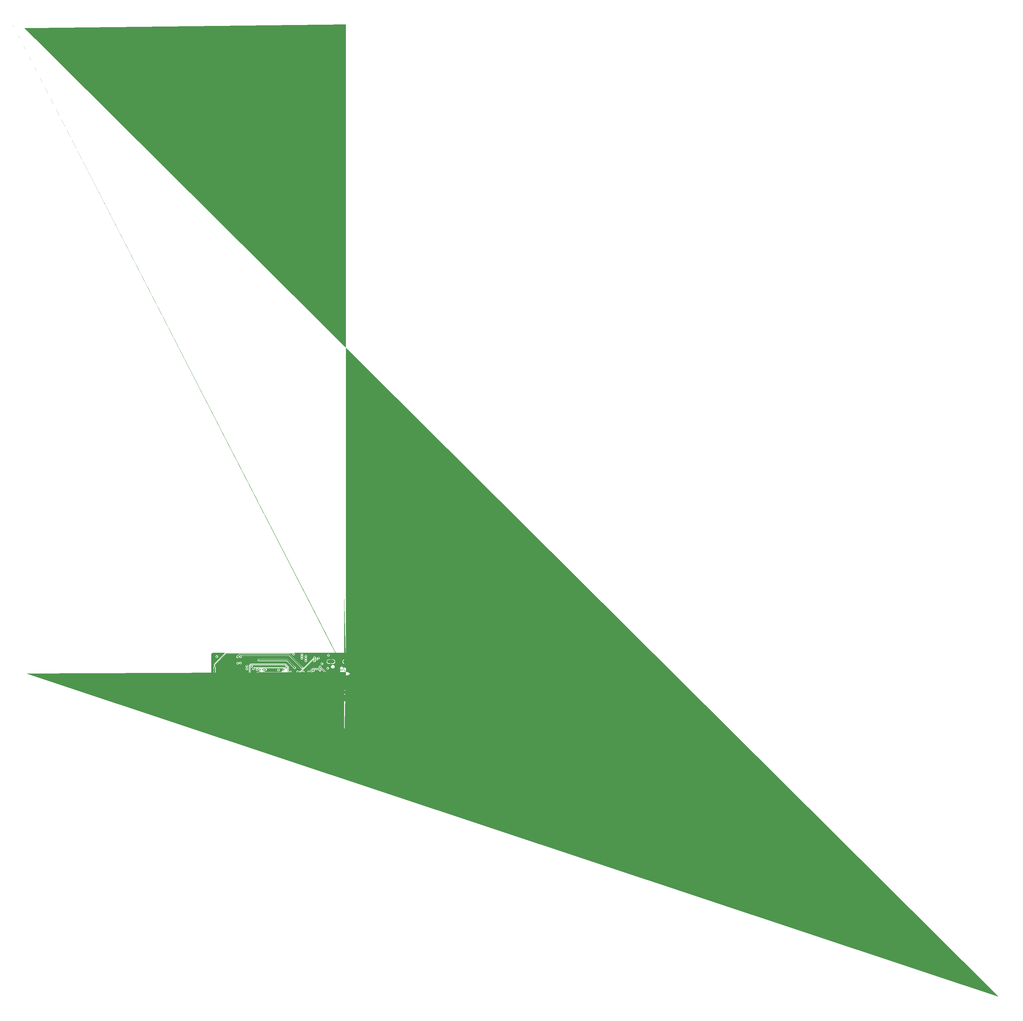
<source format=gbl>
G04 #@! TF.GenerationSoftware,KiCad,Pcbnew,8.0.3*
G04 #@! TF.CreationDate,2024-07-15T22:17:17+10:00*
G04 #@! TF.ProjectId,rs-probe,72732d70-726f-4626-952e-6b696361645f,rev?*
G04 #@! TF.SameCoordinates,Original*
G04 #@! TF.FileFunction,Copper,L4,Bot*
G04 #@! TF.FilePolarity,Positive*
%FSLAX46Y46*%
G04 Gerber Fmt 4.6, Leading zero omitted, Abs format (unit mm)*
G04 Created by KiCad (PCBNEW 8.0.3) date 2024-07-15 22:17:17*
%MOMM*%
%LPD*%
G01*
G04 APERTURE LIST*
G04 Aperture macros list*
%AMFreePoly0*
4,1,80,1.387009,0.798079,1.390475,0.796643,1.393169,0.796649,1.400171,0.792626,1.423057,0.783147,1.431670,0.774533,1.438055,0.770866,1.441811,0.764392,1.450647,0.755557,1.459897,0.733225,1.464035,0.726095,1.464041,0.723221,1.465579,0.719509,1.465579,0.680491,1.464143,0.677024,1.464149,0.674331,1.387016,0.453985,1.276943,0.248106,1.136544,0.061585,0.969154,-0.101149,
0.778748,-0.236232,0.569847,-0.340455,0.347413,-0.411344,0.116728,-0.447214,-0.116728,-0.447214,-0.347413,-0.411344,-0.569847,-0.340455,-0.778748,-0.236232,-0.969154,-0.101149,-1.136544,0.061585,-1.276943,0.248106,-1.387016,0.453985,-1.464149,0.674331,-1.464143,0.677024,-1.465579,0.680491,-1.465579,0.719509,-1.464041,0.723221,-1.464035,0.726095,-1.459897,0.733225,-1.450647,0.755557,
-1.441811,0.764392,-1.438055,0.770866,-1.431670,0.774533,-1.423057,0.783147,-1.400171,0.792626,-1.393169,0.796649,-1.390475,0.796643,-1.387009,0.798079,-0.519600,0.800000,-0.500091,0.798079,-0.477489,0.788716,-0.469600,0.786603,-0.467629,0.784632,-0.464043,0.783147,-0.436453,0.755557,-0.434966,0.751968,-0.432998,0.750000,-0.432997,0.750000,-0.400085,0.692996,-0.306996,0.599907,
-0.192986,0.534083,-0.065824,0.500010,0.065824,0.500010,0.192986,0.534083,0.306996,0.599907,0.400085,0.692996,0.432997,0.750000,0.432998,0.750000,0.434966,0.751968,0.436453,0.755557,0.464043,0.783147,0.467629,0.784632,0.469600,0.786603,0.477489,0.788716,0.500091,0.798079,0.512533,0.798106,0.519600,0.800000,0.526550,0.798137,1.367500,0.800000,1.387009,0.798079,
1.387009,0.798079,$1*%
%AMFreePoly1*
4,1,80,0.347413,0.411328,0.569847,0.340439,0.778748,0.236216,0.969154,0.101133,1.136544,-0.061601,1.276943,-0.248122,1.387016,-0.454001,1.464149,-0.674347,1.464143,-0.677040,1.465579,-0.680507,1.465579,-0.719525,1.464041,-0.723237,1.464035,-0.726111,1.459897,-0.733241,1.450647,-0.755573,1.441811,-0.764408,1.438055,-0.770882,1.431670,-0.774549,1.423057,-0.783163,1.400171,-0.792642,
1.393169,-0.796665,1.390475,-0.796659,1.387009,-0.798095,0.519600,-0.800016,0.500091,-0.798095,0.477489,-0.788732,0.469600,-0.786619,0.467629,-0.784648,0.464043,-0.783163,0.436453,-0.755573,0.434966,-0.751984,0.432998,-0.750016,0.432997,-0.750016,0.400085,-0.693012,0.306996,-0.599923,0.192986,-0.534099,0.065824,-0.500026,-0.065824,-0.500026,-0.192986,-0.534099,-0.306996,-0.599923,
-0.400085,-0.693012,-0.432997,-0.750016,-0.432998,-0.750016,-0.434966,-0.751984,-0.436453,-0.755573,-0.464043,-0.783163,-0.467629,-0.784648,-0.469600,-0.786619,-0.477489,-0.788732,-0.500091,-0.798095,-0.512533,-0.798122,-0.519600,-0.800016,-0.526550,-0.798153,-1.367500,-0.800016,-1.387009,-0.798095,-1.390475,-0.796659,-1.393169,-0.796665,-1.400171,-0.792642,-1.423057,-0.783163,-1.431670,-0.774549,
-1.438055,-0.770882,-1.441811,-0.764408,-1.450647,-0.755573,-1.459897,-0.733241,-1.464035,-0.726111,-1.464041,-0.723237,-1.465579,-0.719525,-1.465579,-0.680507,-1.464143,-0.677040,-1.464149,-0.674347,-1.387016,-0.454001,-1.276943,-0.248122,-1.136544,-0.061601,-0.969154,0.101133,-0.778748,0.236216,-0.569847,0.340439,-0.347413,0.411328,-0.116728,0.447198,0.116728,0.447198,0.347413,0.411328,
0.347413,0.411328,$1*%
G04 Aperture macros list end*
G04 #@! TA.AperFunction,ComponentPad*
%ADD10O,2.100000X1.000000*%
G04 #@! TD*
G04 #@! TA.AperFunction,ComponentPad*
%ADD11O,1.600000X1.000000*%
G04 #@! TD*
G04 #@! TA.AperFunction,ComponentPad*
%ADD12C,0.600000*%
G04 #@! TD*
G04 #@! TA.AperFunction,SMDPad,CuDef*
%ADD13FreePoly0,180.000000*%
G04 #@! TD*
G04 #@! TA.AperFunction,SMDPad,CuDef*
%ADD14FreePoly1,180.000000*%
G04 #@! TD*
G04 #@! TA.AperFunction,ViaPad*
%ADD15C,0.450000*%
G04 #@! TD*
G04 #@! TA.AperFunction,Conductor*
%ADD16C,0.200000*%
G04 #@! TD*
G04 #@! TA.AperFunction,Conductor*
%ADD17C,0.550000*%
G04 #@! TD*
G04 #@! TA.AperFunction,Conductor*
%ADD18C,0.100000*%
G04 #@! TD*
G04 #@! TA.AperFunction,Conductor*
%ADD19C,0.300000*%
G04 #@! TD*
G04 APERTURE END LIST*
D10*
X182370000Y-90320000D03*
D11*
X186550000Y-90320000D03*
D10*
X182370000Y-81680000D03*
D11*
X186550000Y-81680000D03*
D12*
X173275000Y-86125000D03*
X172000000Y-86125000D03*
X170725000Y-86125000D03*
X173275000Y-87400000D03*
X172000000Y-87400000D03*
X170725000Y-87400000D03*
X173275000Y-88675000D03*
X172000000Y-88675000D03*
X170725000Y-88675000D03*
D13*
X186550000Y-83000000D03*
D14*
X186550000Y-85000000D03*
D15*
X179300000Y-91600000D03*
X175660000Y-91910000D03*
X184000000Y-87800000D03*
X160350000Y-80350000D03*
X157150000Y-86000000D03*
X178587220Y-84648881D03*
X169200000Y-86400000D03*
X173150000Y-89700000D03*
X157150000Y-84730000D03*
X166550000Y-86700000D03*
X150550000Y-84730000D03*
X172000000Y-89700000D03*
X179350000Y-79425000D03*
X166150000Y-85800000D03*
X177250000Y-89200000D03*
X160661088Y-85400000D03*
X161617328Y-83000000D03*
X177250000Y-88000000D03*
X182900000Y-86800000D03*
X161250000Y-81150000D03*
X162180000Y-85400000D03*
X176475001Y-80199999D03*
X149900000Y-91600000D03*
X177250000Y-90800000D03*
X156500000Y-91040000D03*
X155400000Y-81225000D03*
X163217328Y-83000000D03*
X159550000Y-80350000D03*
X163877328Y-87000000D03*
X178000000Y-88600000D03*
X177250000Y-90000000D03*
X166900000Y-84300000D03*
X166550000Y-87500000D03*
X157100000Y-88750000D03*
X163850000Y-88760000D03*
X150550000Y-86000000D03*
X184150000Y-79900000D03*
X157150000Y-87270000D03*
X182900000Y-85600000D03*
X166550000Y-88300000D03*
X157000000Y-81200000D03*
X169750000Y-91850000D03*
X157150000Y-83460000D03*
X179200000Y-85100000D03*
X156300000Y-88750000D03*
X160100000Y-84000000D03*
X156200000Y-81225000D03*
X159050000Y-88420000D03*
X184000000Y-86600000D03*
X174300000Y-89700000D03*
X177725000Y-82375000D03*
X176850000Y-83300000D03*
X159750000Y-89600000D03*
X150300000Y-81150000D03*
X152900000Y-80325000D03*
X171750000Y-91850000D03*
X159750000Y-90500000D03*
X176350000Y-90800000D03*
X176350000Y-90000000D03*
X176350000Y-88000000D03*
X174600000Y-84600000D03*
X169625000Y-88875000D03*
X167450000Y-87500000D03*
X179200000Y-86000000D03*
X161617328Y-83900000D03*
X171000000Y-84600000D03*
X162950000Y-88760000D03*
X179525000Y-90775000D03*
X170650000Y-91850000D03*
X158750000Y-83750000D03*
X163217328Y-83900000D03*
X162977328Y-87000000D03*
X175300000Y-80816666D03*
X167650000Y-84025000D03*
X175300000Y-80150000D03*
X175300000Y-81450000D03*
X187700000Y-79900000D03*
X181455000Y-88450000D03*
X181455000Y-83550000D03*
X179559990Y-88600000D03*
X157000000Y-80300000D03*
X177725000Y-81475000D03*
X150300000Y-80250000D03*
X181700000Y-79900000D03*
X179850000Y-82300000D03*
X158750000Y-82950000D03*
X162950000Y-89560000D03*
X162417328Y-83900000D03*
X164017328Y-83900000D03*
X156200000Y-82125000D03*
X157400000Y-91040000D03*
X156950000Y-82050000D03*
X162977328Y-87800000D03*
X171900000Y-79600000D03*
X156500000Y-91850000D03*
X149700000Y-83460000D03*
X174200000Y-80215003D03*
X174200000Y-79650000D03*
X178400000Y-81000000D03*
X178852002Y-80660998D03*
X174200000Y-80780006D03*
X177800000Y-80550000D03*
X173000000Y-84550000D03*
X174200000Y-83350000D03*
X156150000Y-80325000D03*
X162100000Y-81250000D03*
X172200000Y-83400000D03*
X158900000Y-89500000D03*
X170600000Y-90200000D03*
X179300000Y-83150000D03*
X172600000Y-90200000D03*
X158220000Y-90000000D03*
X161077328Y-88500000D03*
X170200000Y-89800000D03*
X169800000Y-90200000D03*
X161577328Y-89180000D03*
X169600000Y-86000000D03*
X159877328Y-87400000D03*
X169200000Y-85600000D03*
X160152141Y-86906335D03*
X162537328Y-85900000D03*
X167600000Y-89600000D03*
X176100000Y-84600000D03*
X179300000Y-84050000D03*
X168000000Y-90000000D03*
X161077328Y-86900000D03*
X160960000Y-85900000D03*
X169162500Y-83962500D03*
X161577328Y-87580000D03*
X169409837Y-89724592D03*
X169800000Y-83400000D03*
X160600000Y-83700000D03*
X160100000Y-83000000D03*
X169599033Y-85199999D03*
X161614997Y-85400000D03*
X177450000Y-84200000D03*
X174800000Y-85200000D03*
X163217328Y-85400000D03*
X171400000Y-90200000D03*
D16*
X179300000Y-91600000D02*
X175970000Y-91600000D01*
X175970000Y-91600000D02*
X175660000Y-91910000D01*
D17*
X186550000Y-83000000D02*
X186550000Y-81680000D01*
D18*
X150461544Y-81640000D02*
X150460000Y-81640000D01*
X150460000Y-81640000D02*
X149700000Y-82400000D01*
X152850000Y-79250000D02*
X150690000Y-81410000D01*
D19*
X149700000Y-90600000D02*
X150950000Y-91850000D01*
D18*
X171900000Y-79600000D02*
X171550000Y-79250000D01*
D19*
X150950000Y-91850000D02*
X156500000Y-91850000D01*
D18*
X171550000Y-79250000D02*
X152850000Y-79250000D01*
X150690000Y-81410000D02*
X150690000Y-81411544D01*
X150690000Y-81411544D02*
X150461544Y-81640000D01*
X149700000Y-82400000D02*
X149700000Y-83460000D01*
D19*
X149700000Y-83460000D02*
X149700000Y-90600000D01*
D18*
X173800000Y-84550000D02*
X177800000Y-80550000D01*
X173000000Y-84550000D02*
X173800000Y-84550000D01*
D19*
X174200000Y-83350000D02*
X170650000Y-79800000D01*
X170650000Y-79800000D02*
X156750000Y-79800000D01*
X156750000Y-79800000D02*
X156150000Y-80400000D01*
X170050000Y-81250000D02*
X172200000Y-83400000D01*
X162100000Y-81250000D02*
X170050000Y-81250000D01*
D18*
X162700000Y-91000000D02*
X170200000Y-91000000D01*
X158900000Y-89500000D02*
X159450000Y-90050000D01*
X170200000Y-91000000D02*
X170600000Y-90600000D01*
X170600000Y-90600000D02*
X170600000Y-90200000D01*
X159450000Y-90050000D02*
X161750000Y-90050000D01*
X161750000Y-90050000D02*
X162700000Y-91000000D01*
D16*
X179300000Y-83150000D02*
X181150000Y-85000000D01*
X181150000Y-85000000D02*
X186550000Y-85000000D01*
D18*
X158220000Y-90000000D02*
X159110000Y-90890000D01*
X159110000Y-90890000D02*
X162290000Y-90890000D01*
X171600000Y-91200000D02*
X172600000Y-90200000D01*
X162290000Y-90890000D02*
X162600000Y-91200000D01*
X162600000Y-91200000D02*
X171600000Y-91200000D01*
X170200000Y-90600000D02*
X170200000Y-89800000D01*
X170000000Y-90800000D02*
X170200000Y-90600000D01*
X161415784Y-89570000D02*
X161559929Y-89570000D01*
X161559929Y-89570000D02*
X162789929Y-90800000D01*
X161077328Y-89231544D02*
X161415784Y-89570000D01*
X162789929Y-90800000D02*
X170000000Y-90800000D01*
X161077328Y-88500000D02*
X161077328Y-89231544D01*
X169410000Y-90590000D02*
X169800000Y-90200000D01*
X161577328Y-89304557D02*
X162862771Y-90590000D01*
X161577328Y-89180000D02*
X161577328Y-89304557D01*
X162862771Y-90590000D02*
X169410000Y-90590000D01*
X169633418Y-86000000D02*
X170390000Y-85243418D01*
X159855613Y-82410000D02*
X159500000Y-82765613D01*
X159500000Y-87022672D02*
X159877328Y-87400000D01*
X170390000Y-85243418D02*
X170390000Y-83155613D01*
X169644387Y-82410000D02*
X159855613Y-82410000D01*
X169600000Y-86000000D02*
X169633418Y-86000000D01*
X170390000Y-83155613D02*
X169644387Y-82410000D01*
X159500000Y-82765613D02*
X159500000Y-87022672D01*
X159700000Y-82848456D02*
X159938456Y-82610000D01*
X159938456Y-82610000D02*
X169561544Y-82610000D01*
X170190000Y-83238456D02*
X170190000Y-85160576D01*
X169561544Y-82610000D02*
X170190000Y-83238456D01*
X160152141Y-86906335D02*
X159700000Y-86454194D01*
X159700000Y-86454194D02*
X159700000Y-82848456D01*
X169750576Y-85600000D02*
X169200000Y-85600000D01*
X170190000Y-85160576D02*
X169750576Y-85600000D01*
X165511778Y-89558297D02*
X165458037Y-89504556D01*
X164267328Y-86752892D02*
X163414436Y-85900000D01*
X164920635Y-88752194D02*
X165228934Y-88443896D01*
X164267328Y-87267328D02*
X164267328Y-86752892D01*
X165497636Y-88712597D02*
X165189338Y-89020896D01*
X164383233Y-88214792D02*
X164691532Y-87906494D01*
X164637794Y-87637794D02*
X164399323Y-87399323D01*
X166600000Y-89600000D02*
X166250000Y-89250000D01*
X164436974Y-88483493D02*
X164383233Y-88429752D01*
X164399323Y-87399323D02*
X164267328Y-87267328D01*
X165458037Y-89289596D02*
X165766336Y-88981298D01*
X165766335Y-88766336D02*
X165712598Y-88712598D01*
X167600000Y-89600000D02*
X166600000Y-89600000D01*
X164960234Y-88175195D02*
X164651936Y-88483494D01*
X166035038Y-89249999D02*
X165726740Y-89558298D01*
X165228933Y-88228934D02*
X165175196Y-88175196D01*
X164691531Y-87691532D02*
X164637794Y-87637794D01*
X164974376Y-89020895D02*
X164920635Y-88967154D01*
X163414436Y-85900000D02*
X162537328Y-85900000D01*
X164691532Y-87906494D02*
G75*
G03*
X164691545Y-87691519I-107532J107494D01*
G01*
X166250000Y-89250000D02*
G75*
G03*
X166035020Y-89249980I-107500J-107500D01*
G01*
X165766336Y-88981298D02*
G75*
G03*
X165766353Y-88766318I-107436J107498D01*
G01*
X164651936Y-88483494D02*
G75*
G02*
X164437019Y-88483449I-107436J107494D01*
G01*
X165189338Y-89020896D02*
G75*
G02*
X164974419Y-89020853I-107438J107496D01*
G01*
X164920635Y-88967154D02*
G75*
G02*
X164920661Y-88752220I107465J107454D01*
G01*
X165726740Y-89558298D02*
G75*
G02*
X165511819Y-89558257I-107440J107498D01*
G01*
X165458037Y-89504556D02*
G75*
G02*
X165458061Y-89289620I107463J107456D01*
G01*
X164383233Y-88429752D02*
G75*
G02*
X164383261Y-88214820I107467J107452D01*
G01*
X165712598Y-88712598D02*
G75*
G03*
X165497620Y-88712580I-107498J-107502D01*
G01*
X165228934Y-88443896D02*
G75*
G03*
X165228949Y-88228918I-107434J107496D01*
G01*
X165175196Y-88175196D02*
G75*
G03*
X164960220Y-88175180I-107496J-107504D01*
G01*
D16*
X176375736Y-84600000D02*
X176100000Y-84600000D01*
X179300000Y-84050000D02*
X179010000Y-83760000D01*
X177215736Y-83760000D02*
X176375736Y-84600000D01*
X179010000Y-83760000D02*
X177215736Y-83760000D01*
D18*
X161448872Y-86900000D02*
X162300000Y-87751128D01*
X163028456Y-90190000D02*
X167810000Y-90190000D01*
X162300000Y-87751128D02*
X162300000Y-89461544D01*
X161077328Y-86900000D02*
X161448872Y-86900000D01*
X167810000Y-90190000D02*
X168000000Y-90000000D01*
X162300000Y-89461544D02*
X163028456Y-90190000D01*
X168325000Y-84800000D02*
X163900000Y-84800000D01*
X161900000Y-84800000D02*
X161813453Y-84800000D01*
X163580000Y-84480000D02*
X163400000Y-84480000D01*
X162580000Y-84480000D02*
X162400000Y-84480000D01*
X163080000Y-84800000D02*
X162900000Y-84800000D01*
X161200000Y-85263453D02*
X161200000Y-85660000D01*
X161663453Y-84800000D02*
X161200000Y-85263453D01*
X161200000Y-85660000D02*
X160960000Y-85900000D01*
X162080000Y-84800000D02*
X161900000Y-84800000D01*
X161813453Y-84800000D02*
X161663453Y-84800000D01*
X169162500Y-83962500D02*
X168325000Y-84800000D01*
X163240000Y-84640000D02*
G75*
G02*
X163080000Y-84800000I-160000J0D01*
G01*
X162740000Y-84640000D02*
G75*
G03*
X162580000Y-84480000I-160000J0D01*
G01*
X163740000Y-84640000D02*
G75*
G03*
X163580000Y-84480000I-160000J0D01*
G01*
X162900000Y-84800000D02*
G75*
G02*
X162740000Y-84640000I0J160000D01*
G01*
X162240000Y-84640000D02*
G75*
G02*
X162080000Y-84800000I-160000J0D01*
G01*
X163900000Y-84800000D02*
G75*
G02*
X163740000Y-84640000I0J160000D01*
G01*
X163400000Y-84480000D02*
G75*
G03*
X163240000Y-84640000I0J-160000D01*
G01*
X162400000Y-84480000D02*
G75*
G03*
X162240000Y-84640000I0J-160000D01*
G01*
X162100000Y-88102672D02*
X162100000Y-89544387D01*
X161577328Y-87580000D02*
X162100000Y-88102672D01*
X162100000Y-89544387D02*
X162945613Y-90390000D01*
X168500000Y-90390000D02*
X168744429Y-90390000D01*
X162945613Y-90390000D02*
X168500000Y-90390000D01*
X168744429Y-90390000D02*
X169409837Y-89724592D01*
X169800000Y-83400000D02*
X160900000Y-83400000D01*
X160900000Y-83400000D02*
X160600000Y-83700000D01*
X169048455Y-85199999D02*
X168858456Y-85010000D01*
X169599033Y-85199999D02*
X169048455Y-85199999D01*
X168858456Y-85010000D02*
X162004997Y-85010000D01*
X162004997Y-85010000D02*
X161614997Y-85400000D01*
D16*
X176200000Y-85200000D02*
X174800000Y-85200000D01*
X177200000Y-84200000D02*
X176200000Y-85200000D01*
X177450000Y-84200000D02*
X177200000Y-84200000D01*
D18*
X167248456Y-89400000D02*
X167438456Y-89210000D01*
X167761544Y-89210000D02*
X167951544Y-89400000D01*
X166700000Y-89400000D02*
X167248456Y-89400000D01*
X167438456Y-89210000D02*
X167761544Y-89210000D01*
X170610000Y-89410000D02*
X171400000Y-90200000D01*
X167951544Y-89400000D02*
X169182885Y-89400000D01*
X169182885Y-89400000D02*
X169248293Y-89334592D01*
X163217328Y-85400000D02*
X164500000Y-86682672D01*
X169646789Y-89410000D02*
X170610000Y-89410000D01*
X169571381Y-89334592D02*
X169646789Y-89410000D01*
X164500000Y-86682672D02*
X164500000Y-87200000D01*
X169248293Y-89334592D02*
X169571381Y-89334592D01*
X164500000Y-87200000D02*
X166700000Y-89400000D01*
G04 #@! TA.AperFunction,Conductor*
G36*
X163772530Y-83584852D02*
G01*
X163786882Y-83619500D01*
X163772530Y-83654148D01*
X163769379Y-83657036D01*
X163748575Y-83674492D01*
X163687656Y-83780006D01*
X163666498Y-83900000D01*
X163687656Y-84019993D01*
X163748575Y-84125507D01*
X163748576Y-84125508D01*
X163748577Y-84125509D01*
X163841913Y-84203828D01*
X163956407Y-84245500D01*
X163956408Y-84245500D01*
X164078248Y-84245500D01*
X164078249Y-84245500D01*
X164192743Y-84203828D01*
X164286079Y-84125509D01*
X164344108Y-84025000D01*
X167299170Y-84025000D01*
X167320328Y-84144993D01*
X167381247Y-84250507D01*
X167381248Y-84250508D01*
X167381249Y-84250509D01*
X167474585Y-84328828D01*
X167589079Y-84370500D01*
X167589080Y-84370500D01*
X167710920Y-84370500D01*
X167710921Y-84370500D01*
X167825415Y-84328828D01*
X167918751Y-84250509D01*
X167949211Y-84197750D01*
X167979671Y-84144993D01*
X167979671Y-84144992D01*
X167979672Y-84144991D01*
X168000830Y-84025000D01*
X167979672Y-83905009D01*
X167979671Y-83905007D01*
X167979671Y-83905006D01*
X167918752Y-83799492D01*
X167910307Y-83792406D01*
X167825415Y-83721172D01*
X167710921Y-83679500D01*
X167589079Y-83679500D01*
X167559824Y-83690148D01*
X167474584Y-83721172D01*
X167381247Y-83799492D01*
X167320328Y-83905006D01*
X167299170Y-84025000D01*
X164344108Y-84025000D01*
X164347000Y-84019991D01*
X164368158Y-83900000D01*
X164347000Y-83780009D01*
X164346999Y-83780007D01*
X164346999Y-83780006D01*
X164286080Y-83674492D01*
X164280718Y-83669993D01*
X164265276Y-83657035D01*
X164247960Y-83623770D01*
X164259238Y-83588003D01*
X164292504Y-83570686D01*
X164296774Y-83570500D01*
X168957537Y-83570500D01*
X168992185Y-83584852D01*
X169006537Y-83619500D01*
X168992185Y-83654148D01*
X168989034Y-83657036D01*
X168893747Y-83736992D01*
X168832828Y-83842506D01*
X168815417Y-83941249D01*
X168811670Y-83962500D01*
X168822775Y-84025484D01*
X168823685Y-84030642D01*
X168815567Y-84067256D01*
X168810077Y-84073798D01*
X168268729Y-84615148D01*
X168234081Y-84629500D01*
X163956945Y-84629500D01*
X163922297Y-84615148D01*
X163909615Y-84593183D01*
X163898043Y-84550000D01*
X163887977Y-84512432D01*
X163887976Y-84512430D01*
X163887976Y-84512429D01*
X163844470Y-84437074D01*
X163844467Y-84437071D01*
X163844466Y-84437068D01*
X163782932Y-84375534D01*
X163782929Y-84375532D01*
X163782925Y-84375529D01*
X163707570Y-84332023D01*
X163707566Y-84332022D01*
X163623514Y-84309500D01*
X163623511Y-84309500D01*
X163613915Y-84309500D01*
X163438916Y-84309500D01*
X163400000Y-84309500D01*
X163380304Y-84309500D01*
X163345656Y-84295148D01*
X163331304Y-84260500D01*
X163345656Y-84225852D01*
X163363545Y-84214455D01*
X163364611Y-84214067D01*
X163392743Y-84203828D01*
X163486079Y-84125509D01*
X163547000Y-84019991D01*
X163568158Y-83900000D01*
X163547000Y-83780009D01*
X163546999Y-83780007D01*
X163546999Y-83780006D01*
X163486080Y-83674492D01*
X163480718Y-83669993D01*
X163465276Y-83657035D01*
X163447960Y-83623770D01*
X163459238Y-83588003D01*
X163492504Y-83570686D01*
X163496774Y-83570500D01*
X163737882Y-83570500D01*
X163772530Y-83584852D01*
G37*
G04 #@! TD.AperFunction*
G04 #@! TA.AperFunction,Conductor*
G36*
X152574729Y-79214852D02*
G01*
X152589081Y-79249500D01*
X152574729Y-79284148D01*
X150545455Y-81313421D01*
X150545026Y-81314064D01*
X150538939Y-81321479D01*
X150371483Y-81488936D01*
X150364068Y-81495023D01*
X150363422Y-81495454D01*
X149959386Y-81899491D01*
X149603420Y-82255457D01*
X149583370Y-82275507D01*
X149555457Y-82303419D01*
X149529500Y-82366083D01*
X149529500Y-83129198D01*
X149515148Y-83163846D01*
X149511997Y-83166734D01*
X149431247Y-83234492D01*
X149370328Y-83340006D01*
X149354887Y-83427578D01*
X149349170Y-83460000D01*
X149369537Y-83575507D01*
X149370329Y-83579994D01*
X149404454Y-83639099D01*
X149420401Y-83666720D01*
X149422935Y-83671108D01*
X149429500Y-83695608D01*
X149429500Y-90653807D01*
X149446356Y-90694500D01*
X149450051Y-90703420D01*
X149470681Y-90753226D01*
X149470682Y-90753227D01*
X149470683Y-90753229D01*
X150796770Y-92079316D01*
X150796772Y-92079317D01*
X150796774Y-92079319D01*
X150837955Y-92096376D01*
X150896194Y-92120500D01*
X156267032Y-92120500D01*
X156298529Y-92131964D01*
X156324585Y-92153828D01*
X156439079Y-92195500D01*
X156439080Y-92195500D01*
X156560920Y-92195500D01*
X156560921Y-92195500D01*
X156675415Y-92153828D01*
X156768751Y-92075509D01*
X156829672Y-91969991D01*
X156850830Y-91850000D01*
X170299170Y-91850000D01*
X170320328Y-91969993D01*
X170381247Y-92075507D01*
X170381248Y-92075508D01*
X170381249Y-92075509D01*
X170474585Y-92153828D01*
X170589079Y-92195500D01*
X170589080Y-92195500D01*
X170710920Y-92195500D01*
X170710921Y-92195500D01*
X170825415Y-92153828D01*
X170918751Y-92075509D01*
X170979672Y-91969991D01*
X170990250Y-91910000D01*
X175309170Y-91910000D01*
X175330328Y-92029993D01*
X175391247Y-92135507D01*
X175391248Y-92135508D01*
X175391249Y-92135509D01*
X175484585Y-92213828D01*
X175599079Y-92255500D01*
X175599080Y-92255500D01*
X175720920Y-92255500D01*
X175720921Y-92255500D01*
X175835415Y-92213828D01*
X175928751Y-92135509D01*
X175989672Y-92029991D01*
X176010830Y-91910000D01*
X176009414Y-91901970D01*
X176017529Y-91865357D01*
X176023015Y-91858818D01*
X176046984Y-91834850D01*
X176081631Y-91820500D01*
X179007444Y-91820500D01*
X179038941Y-91831964D01*
X179092433Y-91876849D01*
X179124585Y-91903828D01*
X179239079Y-91945500D01*
X179239080Y-91945500D01*
X179360920Y-91945500D01*
X179360921Y-91945500D01*
X179475415Y-91903828D01*
X179568751Y-91825509D01*
X179629672Y-91719991D01*
X179650830Y-91600000D01*
X179629672Y-91480009D01*
X179629671Y-91480007D01*
X179629671Y-91480006D01*
X179568752Y-91374492D01*
X179563993Y-91370499D01*
X179475415Y-91296172D01*
X179360921Y-91254500D01*
X179239079Y-91254500D01*
X179208832Y-91265509D01*
X179124584Y-91296172D01*
X179038941Y-91368036D01*
X179007444Y-91379500D01*
X175926137Y-91379500D01*
X175845095Y-91413070D01*
X175845094Y-91413070D01*
X175708018Y-91550148D01*
X175673370Y-91564500D01*
X175599079Y-91564500D01*
X175541832Y-91585336D01*
X175484584Y-91606172D01*
X175391247Y-91684492D01*
X175330328Y-91790006D01*
X175309170Y-91910000D01*
X170990250Y-91910000D01*
X171000830Y-91850000D01*
X170979672Y-91730009D01*
X170979671Y-91730007D01*
X170979671Y-91730006D01*
X170918752Y-91624492D01*
X170825415Y-91546172D01*
X170710921Y-91504500D01*
X170589079Y-91504500D01*
X170531832Y-91525336D01*
X170474584Y-91546172D01*
X170381247Y-91624492D01*
X170320328Y-91730006D01*
X170299170Y-91850000D01*
X156850830Y-91850000D01*
X156829672Y-91730009D01*
X156829671Y-91730007D01*
X156829671Y-91730006D01*
X156768752Y-91624492D01*
X156675415Y-91546172D01*
X156560921Y-91504500D01*
X156439079Y-91504500D01*
X156381832Y-91525336D01*
X156324584Y-91546172D01*
X156298529Y-91568036D01*
X156267032Y-91579500D01*
X151082341Y-91579500D01*
X151047693Y-91565148D01*
X150522545Y-91040000D01*
X157049170Y-91040000D01*
X157070328Y-91159993D01*
X157131247Y-91265507D01*
X157131248Y-91265508D01*
X157131249Y-91265509D01*
X157224585Y-91343828D01*
X157339079Y-91385500D01*
X157339080Y-91385500D01*
X157460920Y-91385500D01*
X157460921Y-91385500D01*
X157575415Y-91343828D01*
X157668751Y-91265509D01*
X157729672Y-91159991D01*
X157750830Y-91040000D01*
X157729672Y-90920009D01*
X157729671Y-90920007D01*
X157729671Y-90920006D01*
X157668752Y-90814492D01*
X157595742Y-90753229D01*
X157575415Y-90736172D01*
X157460921Y-90694500D01*
X157339079Y-90694500D01*
X157309824Y-90705148D01*
X157224584Y-90736172D01*
X157131247Y-90814492D01*
X157070328Y-90920006D01*
X157049170Y-91040000D01*
X150522545Y-91040000D01*
X149984852Y-90502307D01*
X149970500Y-90467659D01*
X149970500Y-90000000D01*
X157869170Y-90000000D01*
X157890328Y-90119993D01*
X157951247Y-90225507D01*
X157951248Y-90225508D01*
X157951249Y-90225509D01*
X158044585Y-90303828D01*
X158159079Y-90345500D01*
X158159080Y-90345500D01*
X158280919Y-90345500D01*
X158280921Y-90345500D01*
X158283448Y-90344580D01*
X158320913Y-90346215D01*
X158334854Y-90355977D01*
X158965457Y-90986580D01*
X159013420Y-91034543D01*
X159076085Y-91060500D01*
X162199081Y-91060500D01*
X162233729Y-91074852D01*
X162455457Y-91296580D01*
X162503420Y-91344543D01*
X162566085Y-91370500D01*
X162566087Y-91370500D01*
X171633913Y-91370500D01*
X171633915Y-91370500D01*
X171696580Y-91344543D01*
X172241122Y-90800000D01*
X175999170Y-90800000D01*
X176020328Y-90919993D01*
X176081247Y-91025507D01*
X176081248Y-91025508D01*
X176081249Y-91025509D01*
X176174585Y-91103828D01*
X176289079Y-91145500D01*
X176289080Y-91145500D01*
X176410920Y-91145500D01*
X176410921Y-91145500D01*
X176525415Y-91103828D01*
X176618751Y-91025509D01*
X176679672Y-90919991D01*
X176700830Y-90800000D01*
X176696422Y-90775000D01*
X179174170Y-90775000D01*
X179195328Y-90894993D01*
X179256247Y-91000507D01*
X179256248Y-91000508D01*
X179256249Y-91000509D01*
X179349585Y-91078828D01*
X179464079Y-91120500D01*
X179464080Y-91120500D01*
X179585920Y-91120500D01*
X179585921Y-91120500D01*
X179700415Y-91078828D01*
X179793751Y-91000509D01*
X179854672Y-90894991D01*
X179875830Y-90775000D01*
X179854672Y-90655009D01*
X179854671Y-90655007D01*
X179854671Y-90655006D01*
X179793752Y-90549492D01*
X179746194Y-90509586D01*
X179700415Y-90471172D01*
X179585921Y-90429500D01*
X179464079Y-90429500D01*
X179446781Y-90435796D01*
X179349584Y-90471172D01*
X179256247Y-90549492D01*
X179195328Y-90655006D01*
X179174170Y-90775000D01*
X176696422Y-90775000D01*
X176679672Y-90680009D01*
X176679671Y-90680007D01*
X176679671Y-90680006D01*
X176618752Y-90574492D01*
X176525415Y-90496172D01*
X176447075Y-90467659D01*
X176410921Y-90454500D01*
X176289079Y-90454500D01*
X176252925Y-90467659D01*
X176174584Y-90496172D01*
X176081247Y-90574492D01*
X176020328Y-90680006D01*
X175999170Y-90800000D01*
X172241122Y-90800000D01*
X172485146Y-90555976D01*
X172519793Y-90541625D01*
X172536551Y-90544580D01*
X172539079Y-90545500D01*
X172660920Y-90545500D01*
X172660921Y-90545500D01*
X172775415Y-90503828D01*
X172868751Y-90425509D01*
X172914944Y-90345500D01*
X172929671Y-90319993D01*
X172929671Y-90319992D01*
X172929672Y-90319991D01*
X172950830Y-90200000D01*
X172929672Y-90080009D01*
X172929671Y-90080007D01*
X172929671Y-90080006D01*
X172883479Y-90000000D01*
X175999170Y-90000000D01*
X176020328Y-90119993D01*
X176081247Y-90225507D01*
X176081248Y-90225508D01*
X176081249Y-90225509D01*
X176174585Y-90303828D01*
X176289079Y-90345500D01*
X176289080Y-90345500D01*
X176410920Y-90345500D01*
X176410921Y-90345500D01*
X176525415Y-90303828D01*
X176595524Y-90244999D01*
X181172183Y-90244999D01*
X181172184Y-90245000D01*
X181529513Y-90245000D01*
X181520000Y-90280504D01*
X181520000Y-90359496D01*
X181529513Y-90395000D01*
X181172183Y-90395000D01*
X181194976Y-90509586D01*
X181194980Y-90509601D01*
X181243976Y-90627886D01*
X181315112Y-90734351D01*
X181405648Y-90824887D01*
X181512113Y-90896023D01*
X181630398Y-90945019D01*
X181630404Y-90945021D01*
X181755984Y-90970000D01*
X182295000Y-90970000D01*
X182295000Y-90620000D01*
X182445000Y-90620000D01*
X182445000Y-90970000D01*
X182984016Y-90970000D01*
X183109595Y-90945021D01*
X183109601Y-90945019D01*
X183227886Y-90896023D01*
X183334351Y-90824887D01*
X183424887Y-90734351D01*
X183496023Y-90627886D01*
X183545019Y-90509601D01*
X183545023Y-90509586D01*
X183567816Y-90395000D01*
X183210487Y-90395000D01*
X183220000Y-90359496D01*
X183220000Y-90280504D01*
X183210487Y-90245000D01*
X183567816Y-90245000D01*
X183567816Y-90244999D01*
X185602183Y-90244999D01*
X185602184Y-90245000D01*
X185959513Y-90245000D01*
X185950000Y-90280504D01*
X185950000Y-90359496D01*
X185959513Y-90395000D01*
X185602183Y-90395000D01*
X185624976Y-90509586D01*
X185624980Y-90509601D01*
X185673976Y-90627886D01*
X185745112Y-90734351D01*
X185835648Y-90824887D01*
X185942113Y-90896023D01*
X186060398Y-90945019D01*
X186060404Y-90945021D01*
X186185984Y-90970000D01*
X186475000Y-90970000D01*
X186475000Y-90620000D01*
X186625000Y-90620000D01*
X186625000Y-90970000D01*
X186914016Y-90970000D01*
X187039595Y-90945021D01*
X187039601Y-90945019D01*
X187157886Y-90896023D01*
X187264351Y-90824887D01*
X187354887Y-90734351D01*
X187426023Y-90627886D01*
X187475019Y-90509601D01*
X187475023Y-90509586D01*
X187497816Y-90395000D01*
X187140487Y-90395000D01*
X187150000Y-90359496D01*
X187150000Y-90280504D01*
X187140487Y-90245000D01*
X187497816Y-90245000D01*
X187497816Y-90244999D01*
X187475023Y-90130413D01*
X187475019Y-90130398D01*
X187426023Y-90012113D01*
X187354887Y-89905648D01*
X187264351Y-89815112D01*
X187157886Y-89743976D01*
X187039601Y-89694980D01*
X187039595Y-89694978D01*
X186914016Y-89670000D01*
X186625000Y-89670000D01*
X186625000Y-90020000D01*
X186475000Y-90020000D01*
X186475000Y-89670000D01*
X186185984Y-89670000D01*
X186060404Y-89694978D01*
X186060398Y-89694980D01*
X185942113Y-89743976D01*
X185835648Y-89815112D01*
X185745112Y-89905648D01*
X185673976Y-90012113D01*
X185624980Y-90130398D01*
X185624976Y-90130413D01*
X185602183Y-90244999D01*
X183567816Y-90244999D01*
X183545023Y-90130413D01*
X183545019Y-90130398D01*
X183496023Y-90012113D01*
X183424887Y-89905648D01*
X183334351Y-89815112D01*
X183227886Y-89743976D01*
X183109601Y-89694980D01*
X183109595Y-89694978D01*
X182984016Y-89670000D01*
X182445000Y-89670000D01*
X182445000Y-90020000D01*
X182295000Y-90020000D01*
X182295000Y-89670000D01*
X181755984Y-89670000D01*
X181630404Y-89694978D01*
X181630398Y-89694980D01*
X181512113Y-89743976D01*
X181405648Y-89815112D01*
X181315112Y-89905648D01*
X181243976Y-90012113D01*
X181194980Y-90130398D01*
X181194976Y-90130413D01*
X181172183Y-90244999D01*
X176595524Y-90244999D01*
X176618751Y-90225509D01*
X176679672Y-90119991D01*
X176700830Y-90000000D01*
X176679672Y-89880009D01*
X176679671Y-89880007D01*
X176679671Y-89880006D01*
X176618752Y-89774492D01*
X176613993Y-89770499D01*
X176525415Y-89696172D01*
X176410921Y-89654500D01*
X176289079Y-89654500D01*
X176258733Y-89665545D01*
X176174584Y-89696172D01*
X176081247Y-89774492D01*
X176020328Y-89880006D01*
X175999170Y-90000000D01*
X172883479Y-90000000D01*
X172868752Y-89974492D01*
X172775415Y-89896172D01*
X172731007Y-89880009D01*
X172660921Y-89854500D01*
X172539079Y-89854500D01*
X172481832Y-89875336D01*
X172424584Y-89896172D01*
X172331247Y-89974492D01*
X172270328Y-90080006D01*
X172249170Y-90200000D01*
X172261184Y-90268142D01*
X172253066Y-90304756D01*
X172247576Y-90311298D01*
X171543729Y-91015148D01*
X171509081Y-91029500D01*
X170529919Y-91029500D01*
X170495271Y-91015148D01*
X170480919Y-90980500D01*
X170495271Y-90945852D01*
X170744542Y-90696581D01*
X170744543Y-90696580D01*
X170748685Y-90686580D01*
X170770500Y-90633915D01*
X170770500Y-90530800D01*
X170784852Y-90496152D01*
X170787986Y-90493279D01*
X170868751Y-90425509D01*
X170914944Y-90345500D01*
X170929671Y-90319993D01*
X170929671Y-90319992D01*
X170929672Y-90319991D01*
X170950830Y-90200000D01*
X170950829Y-90199998D01*
X170950830Y-90199997D01*
X170936722Y-90119991D01*
X170933278Y-90100460D01*
X170941394Y-90063847D01*
X170973024Y-90043697D01*
X171009638Y-90051813D01*
X171016181Y-90057304D01*
X171047577Y-90088700D01*
X171061929Y-90123348D01*
X171061185Y-90131856D01*
X171049171Y-90199997D01*
X171049170Y-90200000D01*
X171052785Y-90220499D01*
X171070328Y-90319993D01*
X171131247Y-90425507D01*
X171131248Y-90425508D01*
X171131249Y-90425509D01*
X171224585Y-90503828D01*
X171339079Y-90545500D01*
X171339080Y-90545500D01*
X171460920Y-90545500D01*
X171460921Y-90545500D01*
X171575415Y-90503828D01*
X171668751Y-90425509D01*
X171714944Y-90345500D01*
X171729671Y-90319993D01*
X171729671Y-90319992D01*
X171729672Y-90319991D01*
X171750830Y-90200000D01*
X171729672Y-90080009D01*
X171729671Y-90080007D01*
X171729671Y-90080006D01*
X171668752Y-89974492D01*
X171575415Y-89896172D01*
X171531007Y-89880009D01*
X171460921Y-89854500D01*
X171339079Y-89854500D01*
X171339077Y-89854500D01*
X171336549Y-89855420D01*
X171299081Y-89853782D01*
X171285145Y-89844022D01*
X170706582Y-89265458D01*
X170643916Y-89239500D01*
X170643915Y-89239500D01*
X169862735Y-89239500D01*
X169828087Y-89225148D01*
X169813735Y-89190500D01*
X169828087Y-89155852D01*
X169831238Y-89152964D01*
X169845570Y-89140938D01*
X169893751Y-89100509D01*
X169954672Y-88994991D01*
X169975830Y-88875000D01*
X169954672Y-88755009D01*
X169954671Y-88755007D01*
X169954671Y-88755006D01*
X169908478Y-88674998D01*
X170270373Y-88674998D01*
X170270373Y-88675001D01*
X170288789Y-88803084D01*
X170342541Y-88920785D01*
X170342545Y-88920792D01*
X170356749Y-88937184D01*
X170579128Y-88714804D01*
X170597836Y-88759968D01*
X170640032Y-88802164D01*
X170685194Y-88820871D01*
X170463930Y-89042135D01*
X170536142Y-89088544D01*
X170660298Y-89124999D01*
X170660305Y-89125000D01*
X170789695Y-89125000D01*
X170789701Y-89124999D01*
X170913858Y-89088543D01*
X170986068Y-89042134D01*
X170764805Y-88820871D01*
X170809968Y-88802164D01*
X170852164Y-88759968D01*
X170870870Y-88714805D01*
X171093249Y-88937184D01*
X171093250Y-88937183D01*
X171107454Y-88920792D01*
X171107458Y-88920786D01*
X171161210Y-88803084D01*
X171179627Y-88675001D01*
X171179627Y-88674998D01*
X171545373Y-88674998D01*
X171545373Y-88675001D01*
X171563789Y-88803084D01*
X171617541Y-88920785D01*
X171617545Y-88920792D01*
X171631749Y-88937184D01*
X171854128Y-88714804D01*
X171872836Y-88759968D01*
X171915032Y-88802164D01*
X171960194Y-88820870D01*
X171738929Y-89042135D01*
X171811142Y-89088544D01*
X171935298Y-89124999D01*
X171935305Y-89125000D01*
X172064695Y-89125000D01*
X172064701Y-89124999D01*
X172188858Y-89088543D01*
X172261068Y-89042134D01*
X172039805Y-88820871D01*
X172084968Y-88802164D01*
X172127164Y-88759968D01*
X172145871Y-88714805D01*
X172368249Y-88937184D01*
X172368250Y-88937183D01*
X172382454Y-88920792D01*
X172382458Y-88920786D01*
X172436210Y-88803084D01*
X172454627Y-88675001D01*
X172454627Y-88674998D01*
X172820373Y-88674998D01*
X172820373Y-88675001D01*
X172838789Y-88803084D01*
X172892541Y-88920785D01*
X172892545Y-88920792D01*
X172906749Y-88937184D01*
X173129128Y-88714804D01*
X173147836Y-88759968D01*
X173190032Y-88802164D01*
X173235194Y-88820871D01*
X173013930Y-89042135D01*
X173086142Y-89088544D01*
X173210298Y-89124999D01*
X173210305Y-89125000D01*
X173339695Y-89125000D01*
X173339701Y-89124999D01*
X173463858Y-89088543D01*
X173536068Y-89042134D01*
X173314805Y-88820871D01*
X173359968Y-88802164D01*
X173402164Y-88759968D01*
X173420871Y-88714805D01*
X173643249Y-88937184D01*
X173643250Y-88937183D01*
X173657454Y-88920792D01*
X173657458Y-88920786D01*
X173711210Y-88803084D01*
X173729627Y-88675001D01*
X173729627Y-88674998D01*
X173718843Y-88600000D01*
X179209160Y-88600000D01*
X179230318Y-88719993D01*
X179291237Y-88825507D01*
X179291238Y-88825508D01*
X179291239Y-88825509D01*
X179384575Y-88903828D01*
X179499069Y-88945500D01*
X179499070Y-88945500D01*
X179620910Y-88945500D01*
X179620911Y-88945500D01*
X179735405Y-88903828D01*
X179828741Y-88825509D01*
X179830692Y-88822130D01*
X182384500Y-88822130D01*
X182384500Y-88957869D01*
X182419629Y-89088971D01*
X182419631Y-89088977D01*
X182479699Y-89193016D01*
X182487498Y-89206524D01*
X182583476Y-89302502D01*
X182626500Y-89327342D01*
X182701022Y-89370368D01*
X182701028Y-89370370D01*
X182832130Y-89405500D01*
X182832133Y-89405500D01*
X182967869Y-89405500D01*
X183083477Y-89374521D01*
X183098975Y-89370369D01*
X183216524Y-89302502D01*
X183312502Y-89206524D01*
X183377867Y-89093308D01*
X183380368Y-89088977D01*
X183380370Y-89088971D01*
X183415500Y-88957869D01*
X183415500Y-88822130D01*
X183380370Y-88691028D01*
X183380368Y-88691022D01*
X183329857Y-88603536D01*
X183312502Y-88573476D01*
X183216524Y-88477498D01*
X183098977Y-88409631D01*
X183098971Y-88409629D01*
X182967870Y-88374500D01*
X182967867Y-88374500D01*
X182832133Y-88374500D01*
X182832130Y-88374500D01*
X182701028Y-88409629D01*
X182701022Y-88409631D01*
X182583475Y-88477498D01*
X182583475Y-88477499D01*
X182487499Y-88573475D01*
X182487498Y-88573475D01*
X182419631Y-88691022D01*
X182419629Y-88691028D01*
X182384500Y-88822130D01*
X179830692Y-88822130D01*
X179889662Y-88719991D01*
X179910820Y-88600000D01*
X179889662Y-88480009D01*
X179889661Y-88480007D01*
X179889661Y-88480006D01*
X179872337Y-88450000D01*
X181104170Y-88450000D01*
X181125328Y-88569993D01*
X181186247Y-88675507D01*
X181186248Y-88675508D01*
X181186249Y-88675509D01*
X181279585Y-88753828D01*
X181394079Y-88795500D01*
X181394080Y-88795500D01*
X181515920Y-88795500D01*
X181515921Y-88795500D01*
X181630415Y-88753828D01*
X181723751Y-88675509D01*
X181784672Y-88569991D01*
X181805830Y-88450000D01*
X181784672Y-88330009D01*
X181784671Y-88330007D01*
X181784671Y-88330006D01*
X181723752Y-88224492D01*
X181630415Y-88146172D01*
X181628569Y-88145500D01*
X181515921Y-88104500D01*
X181394079Y-88104500D01*
X181346748Y-88121727D01*
X181279584Y-88146172D01*
X181186247Y-88224492D01*
X181125328Y-88330006D01*
X181104170Y-88450000D01*
X179872337Y-88450000D01*
X179828742Y-88374492D01*
X179735405Y-88296172D01*
X179675836Y-88274491D01*
X179620911Y-88254500D01*
X179499069Y-88254500D01*
X179444144Y-88274491D01*
X179384574Y-88296172D01*
X179291237Y-88374492D01*
X179230318Y-88480006D01*
X179209160Y-88600000D01*
X173718843Y-88600000D01*
X173711210Y-88546915D01*
X173657458Y-88429214D01*
X173657454Y-88429207D01*
X173643249Y-88412814D01*
X173420870Y-88635193D01*
X173402164Y-88590032D01*
X173359968Y-88547836D01*
X173314805Y-88529129D01*
X173536069Y-88307864D01*
X173463857Y-88261455D01*
X173339701Y-88225000D01*
X173210298Y-88225000D01*
X173086141Y-88261456D01*
X173086140Y-88261456D01*
X173013930Y-88307863D01*
X173013930Y-88307864D01*
X173235194Y-88529128D01*
X173190032Y-88547836D01*
X173147836Y-88590032D01*
X173129128Y-88635194D01*
X172906749Y-88412815D01*
X172906748Y-88412815D01*
X172892544Y-88429209D01*
X172892542Y-88429212D01*
X172838789Y-88546915D01*
X172820373Y-88674998D01*
X172454627Y-88674998D01*
X172436210Y-88546915D01*
X172382458Y-88429214D01*
X172382454Y-88429207D01*
X172368249Y-88412814D01*
X172145870Y-88635193D01*
X172127164Y-88590032D01*
X172084968Y-88547836D01*
X172039805Y-88529129D01*
X172261069Y-88307864D01*
X172188857Y-88261455D01*
X172064701Y-88225000D01*
X171935298Y-88225000D01*
X171811141Y-88261456D01*
X171811140Y-88261456D01*
X171738930Y-88307863D01*
X171738930Y-88307864D01*
X171960194Y-88529128D01*
X171915032Y-88547836D01*
X171872836Y-88590032D01*
X171854128Y-88635194D01*
X171631749Y-88412815D01*
X171631748Y-88412815D01*
X171617544Y-88429209D01*
X171617542Y-88429212D01*
X171563789Y-88546915D01*
X171545373Y-88674998D01*
X171179627Y-88674998D01*
X171161210Y-88546915D01*
X171107458Y-88429214D01*
X171107454Y-88429207D01*
X171093249Y-88412814D01*
X170870870Y-88635193D01*
X170852164Y-88590032D01*
X170809968Y-88547836D01*
X170764805Y-88529129D01*
X170986069Y-88307864D01*
X170913857Y-88261455D01*
X170789701Y-88225000D01*
X170660298Y-88225000D01*
X170536141Y-88261456D01*
X170536140Y-88261456D01*
X170463930Y-88307863D01*
X170463930Y-88307864D01*
X170685194Y-88529128D01*
X170640032Y-88547836D01*
X170597836Y-88590032D01*
X170579128Y-88635194D01*
X170356749Y-88412815D01*
X170356748Y-88412815D01*
X170342544Y-88429209D01*
X170342542Y-88429212D01*
X170288789Y-88546915D01*
X170270373Y-88674998D01*
X169908478Y-88674998D01*
X169893752Y-88649492D01*
X169872460Y-88631626D01*
X169800415Y-88571172D01*
X169685921Y-88529500D01*
X169564079Y-88529500D01*
X169516231Y-88546915D01*
X169449584Y-88571172D01*
X169356247Y-88649492D01*
X169295328Y-88755006D01*
X169274170Y-88875000D01*
X169295328Y-88994993D01*
X169350523Y-89090592D01*
X169355418Y-89127774D01*
X169332588Y-89157527D01*
X169308088Y-89164092D01*
X169214376Y-89164092D01*
X169151712Y-89190049D01*
X169144133Y-89197629D01*
X169126613Y-89215148D01*
X169091967Y-89229500D01*
X168042464Y-89229500D01*
X168007816Y-89215148D01*
X167858127Y-89065459D01*
X167858125Y-89065458D01*
X167858124Y-89065457D01*
X167821417Y-89050252D01*
X167795460Y-89039500D01*
X167795459Y-89039500D01*
X167472371Y-89039500D01*
X167404541Y-89039500D01*
X167341875Y-89065456D01*
X167341873Y-89065457D01*
X167192185Y-89215148D01*
X167157537Y-89229500D01*
X166790919Y-89229500D01*
X166756271Y-89215148D01*
X165541123Y-88000000D01*
X175999170Y-88000000D01*
X176020328Y-88119993D01*
X176081247Y-88225507D01*
X176081248Y-88225508D01*
X176081249Y-88225509D01*
X176174585Y-88303828D01*
X176289079Y-88345500D01*
X176289080Y-88345500D01*
X176410920Y-88345500D01*
X176410921Y-88345500D01*
X176525415Y-88303828D01*
X176618751Y-88225509D01*
X176679672Y-88119991D01*
X176700830Y-88000000D01*
X176679672Y-87880009D01*
X176679671Y-87880007D01*
X176679671Y-87880006D01*
X176618752Y-87774492D01*
X176609984Y-87767135D01*
X176525415Y-87696172D01*
X176410921Y-87654500D01*
X176289079Y-87654500D01*
X176237530Y-87673262D01*
X176174584Y-87696172D01*
X176081247Y-87774492D01*
X176020328Y-87880006D01*
X175999170Y-88000000D01*
X165541123Y-88000000D01*
X165041123Y-87500000D01*
X167099170Y-87500000D01*
X167120328Y-87619993D01*
X167181247Y-87725507D01*
X167181248Y-87725508D01*
X167181249Y-87725509D01*
X167274585Y-87803828D01*
X167389079Y-87845500D01*
X167389080Y-87845500D01*
X167510920Y-87845500D01*
X167510921Y-87845500D01*
X167625415Y-87803828D01*
X167718751Y-87725509D01*
X167755312Y-87662183D01*
X167779671Y-87619993D01*
X167779671Y-87619992D01*
X167779672Y-87619991D01*
X167800830Y-87500000D01*
X167783197Y-87399998D01*
X170270373Y-87399998D01*
X170270373Y-87400001D01*
X170288789Y-87528084D01*
X170342541Y-87645785D01*
X170342545Y-87645792D01*
X170356749Y-87662184D01*
X170579128Y-87439804D01*
X170597836Y-87484968D01*
X170640032Y-87527164D01*
X170685194Y-87545870D01*
X170463929Y-87767135D01*
X170536142Y-87813544D01*
X170660298Y-87849999D01*
X170660305Y-87850000D01*
X170789695Y-87850000D01*
X170789701Y-87849999D01*
X170913858Y-87813543D01*
X170986068Y-87767134D01*
X170764805Y-87545871D01*
X170809968Y-87527164D01*
X170852164Y-87484968D01*
X170870870Y-87439805D01*
X171093249Y-87662184D01*
X171093250Y-87662183D01*
X171107454Y-87645792D01*
X171107458Y-87645786D01*
X171161210Y-87528084D01*
X171179627Y-87400001D01*
X171179627Y-87399998D01*
X171545373Y-87399998D01*
X171545373Y-87400001D01*
X171563789Y-87528084D01*
X171617541Y-87645785D01*
X171617545Y-87645792D01*
X171631749Y-87662184D01*
X171854128Y-87439804D01*
X171872836Y-87484968D01*
X171915032Y-87527164D01*
X171960194Y-87545871D01*
X171738930Y-87767135D01*
X171811142Y-87813544D01*
X171935298Y-87849999D01*
X171935305Y-87850000D01*
X172064695Y-87850000D01*
X172064701Y-87849999D01*
X172188858Y-87813543D01*
X172261068Y-87767134D01*
X172039805Y-87545871D01*
X172084968Y-87527164D01*
X172127164Y-87484968D01*
X172145871Y-87439805D01*
X172368249Y-87662184D01*
X172368250Y-87662183D01*
X172382454Y-87645792D01*
X172382458Y-87645786D01*
X172436210Y-87528084D01*
X172454627Y-87400001D01*
X172454627Y-87399998D01*
X172820373Y-87399998D01*
X172820373Y-87400001D01*
X172838789Y-87528084D01*
X172892541Y-87645785D01*
X172892545Y-87645792D01*
X172906749Y-87662184D01*
X173129128Y-87439804D01*
X173147836Y-87484968D01*
X173190032Y-87527164D01*
X173235194Y-87545871D01*
X173013930Y-87767135D01*
X173086142Y-87813544D01*
X173210298Y-87849999D01*
X173210305Y-87850000D01*
X173339695Y-87850000D01*
X173339701Y-87849999D01*
X173463858Y-87813543D01*
X173536068Y-87767134D01*
X173314805Y-87545871D01*
X173359968Y-87527164D01*
X173402164Y-87484968D01*
X173420871Y-87439805D01*
X173643249Y-87662184D01*
X173643250Y-87662183D01*
X173657454Y-87645792D01*
X173657458Y-87645786D01*
X173711210Y-87528084D01*
X173729627Y-87400001D01*
X173729627Y-87399998D01*
X173711210Y-87271915D01*
X173657458Y-87154214D01*
X173657454Y-87154207D01*
X173643249Y-87137814D01*
X173420870Y-87360193D01*
X173402164Y-87315032D01*
X173359968Y-87272836D01*
X173314805Y-87254129D01*
X173536069Y-87032864D01*
X173463857Y-86986455D01*
X173339701Y-86950000D01*
X173210298Y-86950000D01*
X173086141Y-86986456D01*
X173086140Y-86986456D01*
X173013930Y-87032863D01*
X173013930Y-87032864D01*
X173235194Y-87254128D01*
X173190032Y-87272836D01*
X173147836Y-87315032D01*
X173129128Y-87360194D01*
X172906749Y-87137815D01*
X172906748Y-87137815D01*
X172892544Y-87154209D01*
X172892542Y-87154212D01*
X172838789Y-87271915D01*
X172820373Y-87399998D01*
X172454627Y-87399998D01*
X172436210Y-87271915D01*
X172382458Y-87154214D01*
X172382454Y-87154207D01*
X172368249Y-87137814D01*
X172145870Y-87360193D01*
X172127164Y-87315032D01*
X172084968Y-87272836D01*
X172039805Y-87254129D01*
X172261069Y-87032864D01*
X172188857Y-86986455D01*
X172064701Y-86950000D01*
X171935298Y-86950000D01*
X171811141Y-86986456D01*
X171811140Y-86986456D01*
X171738930Y-87032863D01*
X171738930Y-87032864D01*
X171960194Y-87254128D01*
X171915032Y-87272836D01*
X171872836Y-87315032D01*
X171854128Y-87360194D01*
X171631749Y-87137815D01*
X171631748Y-87137815D01*
X171617544Y-87154209D01*
X171617542Y-87154212D01*
X171563789Y-87271915D01*
X171545373Y-87399998D01*
X171179627Y-87399998D01*
X171161210Y-87271915D01*
X171107458Y-87154214D01*
X171107454Y-87154207D01*
X171093249Y-87137814D01*
X170870870Y-87360193D01*
X170852164Y-87315032D01*
X170809968Y-87272836D01*
X170764805Y-87254129D01*
X170986069Y-87032864D01*
X170913857Y-86986455D01*
X170789701Y-86950000D01*
X170660298Y-86950000D01*
X170536141Y-86986456D01*
X170536140Y-86986456D01*
X170463930Y-87032863D01*
X170463930Y-87032864D01*
X170685194Y-87254128D01*
X170640032Y-87272836D01*
X170597836Y-87315032D01*
X170579128Y-87360194D01*
X170356749Y-87137815D01*
X170356748Y-87137815D01*
X170342544Y-87154209D01*
X170342542Y-87154212D01*
X170288789Y-87271915D01*
X170270373Y-87399998D01*
X167783197Y-87399998D01*
X167779672Y-87380009D01*
X167779671Y-87380007D01*
X167779671Y-87380006D01*
X167718752Y-87274492D01*
X167716778Y-87272836D01*
X167625415Y-87196172D01*
X167510921Y-87154500D01*
X167389079Y-87154500D01*
X167337654Y-87173217D01*
X167274584Y-87196172D01*
X167181247Y-87274492D01*
X167120328Y-87380006D01*
X167099170Y-87500000D01*
X165041123Y-87500000D01*
X164684852Y-87143729D01*
X164670500Y-87109081D01*
X164670500Y-86648759D01*
X164670499Y-86648755D01*
X164648718Y-86596172D01*
X164644543Y-86586092D01*
X164596580Y-86538129D01*
X163569750Y-85511299D01*
X163555398Y-85476651D01*
X163556142Y-85468142D01*
X163568158Y-85400000D01*
X163547000Y-85280009D01*
X163531983Y-85254000D01*
X163527088Y-85216819D01*
X163549918Y-85187065D01*
X163574419Y-85180500D01*
X168767537Y-85180500D01*
X168802185Y-85194852D01*
X168923174Y-85315841D01*
X168937526Y-85350489D01*
X168930961Y-85374989D01*
X168870328Y-85480006D01*
X168849170Y-85600000D01*
X168870328Y-85719993D01*
X168931247Y-85825507D01*
X168931248Y-85825508D01*
X168931249Y-85825509D01*
X169024585Y-85903828D01*
X169139079Y-85945500D01*
X169200384Y-85945500D01*
X169235032Y-85959852D01*
X169249384Y-85994500D01*
X169249170Y-85996945D01*
X169249170Y-85999997D01*
X169249170Y-85999998D01*
X169249170Y-86000000D01*
X169256229Y-86040032D01*
X169270328Y-86119993D01*
X169331247Y-86225507D01*
X169331248Y-86225508D01*
X169331249Y-86225509D01*
X169424585Y-86303828D01*
X169539079Y-86345500D01*
X169539080Y-86345500D01*
X169660920Y-86345500D01*
X169660921Y-86345500D01*
X169775415Y-86303828D01*
X169868751Y-86225509D01*
X169926487Y-86125507D01*
X169926781Y-86124998D01*
X170270373Y-86124998D01*
X170270373Y-86125001D01*
X170288789Y-86253084D01*
X170342541Y-86370785D01*
X170342545Y-86370792D01*
X170356749Y-86387184D01*
X170579128Y-86164804D01*
X170597836Y-86209968D01*
X170640032Y-86252164D01*
X170685194Y-86270870D01*
X170463929Y-86492135D01*
X170536142Y-86538544D01*
X170660298Y-86574999D01*
X170660305Y-86575000D01*
X170789695Y-86575000D01*
X170789701Y-86574999D01*
X170913858Y-86538543D01*
X170986068Y-86492134D01*
X170764805Y-86270871D01*
X170809968Y-86252164D01*
X170852164Y-86209968D01*
X170870870Y-86164805D01*
X171093249Y-86387184D01*
X171093250Y-86387183D01*
X171107454Y-86370792D01*
X171107458Y-86370786D01*
X171161210Y-86253084D01*
X171179627Y-86125001D01*
X171179627Y-86124998D01*
X171545373Y-86124998D01*
X171545373Y-86125001D01*
X171563789Y-86253084D01*
X171617541Y-86370785D01*
X171617545Y-86370792D01*
X171631749Y-86387184D01*
X171854128Y-86164804D01*
X171872836Y-86209968D01*
X171915032Y-86252164D01*
X171960194Y-86270871D01*
X171738930Y-86492135D01*
X171811142Y-86538544D01*
X171935298Y-86574999D01*
X171935305Y-86575000D01*
X172064695Y-86575000D01*
X172064701Y-86574999D01*
X172188858Y-86538543D01*
X172261068Y-86492134D01*
X172039805Y-86270871D01*
X172084968Y-86252164D01*
X172127164Y-86209968D01*
X172145871Y-86164805D01*
X172368249Y-86387184D01*
X172368250Y-86387183D01*
X172382454Y-86370792D01*
X172382458Y-86370786D01*
X172436210Y-86253084D01*
X172454627Y-86125001D01*
X172454627Y-86124998D01*
X172820373Y-86124998D01*
X172820373Y-86125001D01*
X172838789Y-86253084D01*
X172892541Y-86370785D01*
X172892545Y-86370792D01*
X172906749Y-86387184D01*
X173129128Y-86164804D01*
X173147836Y-86209968D01*
X173190032Y-86252164D01*
X173235194Y-86270870D01*
X173013929Y-86492135D01*
X173086142Y-86538544D01*
X173210298Y-86574999D01*
X173210305Y-86575000D01*
X173339695Y-86575000D01*
X173339701Y-86574999D01*
X173463858Y-86538543D01*
X173536068Y-86492134D01*
X173314805Y-86270871D01*
X173359968Y-86252164D01*
X173402164Y-86209968D01*
X173420871Y-86164805D01*
X173643249Y-86387184D01*
X173643250Y-86387183D01*
X173657454Y-86370792D01*
X173657458Y-86370786D01*
X173711210Y-86253084D01*
X173729627Y-86125001D01*
X173729627Y-86124998D01*
X173711654Y-86000000D01*
X178849170Y-86000000D01*
X178870328Y-86119993D01*
X178931247Y-86225507D01*
X178931248Y-86225508D01*
X178931249Y-86225509D01*
X179024585Y-86303828D01*
X179139079Y-86345500D01*
X179139080Y-86345500D01*
X179260920Y-86345500D01*
X179260921Y-86345500D01*
X179375415Y-86303828D01*
X179468751Y-86225509D01*
X179526487Y-86125507D01*
X179529671Y-86119993D01*
X179529671Y-86119992D01*
X179529672Y-86119991D01*
X179550830Y-86000000D01*
X179529672Y-85880009D01*
X179529671Y-85880007D01*
X179529671Y-85880006D01*
X179468752Y-85774492D01*
X179375415Y-85696172D01*
X179320624Y-85676230D01*
X179260921Y-85654500D01*
X179139079Y-85654500D01*
X179084159Y-85674489D01*
X179024584Y-85696172D01*
X178931247Y-85774492D01*
X178870328Y-85880006D01*
X178849170Y-86000000D01*
X173711654Y-86000000D01*
X173711210Y-85996915D01*
X173657458Y-85879214D01*
X173657454Y-85879207D01*
X173643249Y-85862814D01*
X173420870Y-86085193D01*
X173402164Y-86040032D01*
X173359968Y-85997836D01*
X173314805Y-85979129D01*
X173536069Y-85757864D01*
X173463857Y-85711455D01*
X173339701Y-85675000D01*
X173210298Y-85675000D01*
X173086141Y-85711456D01*
X173086140Y-85711456D01*
X173013930Y-85757863D01*
X173013930Y-85757864D01*
X173235194Y-85979128D01*
X173190032Y-85997836D01*
X173147836Y-86040032D01*
X173129128Y-86085194D01*
X172906749Y-85862815D01*
X172906748Y-85862815D01*
X172892544Y-85879209D01*
X172892542Y-85879212D01*
X172838789Y-85996915D01*
X172820373Y-86124998D01*
X172454627Y-86124998D01*
X172436210Y-85996915D01*
X172382458Y-85879214D01*
X172382454Y-85879207D01*
X172368249Y-85862814D01*
X172145870Y-86085193D01*
X172127164Y-86040032D01*
X172084968Y-85997836D01*
X172039805Y-85979129D01*
X172261069Y-85757864D01*
X172188857Y-85711455D01*
X172064701Y-85675000D01*
X171935298Y-85675000D01*
X171811141Y-85711456D01*
X171811140Y-85711456D01*
X171738930Y-85757863D01*
X171738930Y-85757864D01*
X171960194Y-85979128D01*
X171915032Y-85997836D01*
X171872836Y-86040032D01*
X171854128Y-86085194D01*
X171631749Y-85862815D01*
X171631748Y-85862815D01*
X171617544Y-85879209D01*
X171617542Y-85879212D01*
X171563789Y-85996915D01*
X171545373Y-86124998D01*
X171179627Y-86124998D01*
X171161210Y-85996915D01*
X171107458Y-85879214D01*
X171107454Y-85879207D01*
X171093249Y-85862814D01*
X170870870Y-86085193D01*
X170852164Y-86040032D01*
X170809968Y-85997836D01*
X170764805Y-85979129D01*
X170986069Y-85757864D01*
X170913857Y-85711455D01*
X170789701Y-85675000D01*
X170660298Y-85675000D01*
X170536141Y-85711456D01*
X170536140Y-85711456D01*
X170463930Y-85757863D01*
X170463930Y-85757864D01*
X170685194Y-85979128D01*
X170640032Y-85997836D01*
X170597836Y-86040032D01*
X170579128Y-86085194D01*
X170356749Y-85862815D01*
X170356748Y-85862815D01*
X170342544Y-85879209D01*
X170342542Y-85879212D01*
X170288789Y-85996915D01*
X170270373Y-86124998D01*
X169926781Y-86124998D01*
X169929671Y-86119993D01*
X169929671Y-86119992D01*
X169929672Y-86119991D01*
X169950830Y-86000000D01*
X169943823Y-85960264D01*
X169951940Y-85923651D01*
X169957425Y-85917114D01*
X170534544Y-85339998D01*
X170560500Y-85277333D01*
X170560500Y-85209503D01*
X170560500Y-84657199D01*
X170574852Y-84622551D01*
X170609500Y-84608199D01*
X170644148Y-84622551D01*
X170657755Y-84648688D01*
X170664478Y-84686817D01*
X170670328Y-84719993D01*
X170731247Y-84825507D01*
X170731248Y-84825508D01*
X170731249Y-84825509D01*
X170824585Y-84903828D01*
X170939079Y-84945500D01*
X170939080Y-84945500D01*
X171060920Y-84945500D01*
X171060921Y-84945500D01*
X171175415Y-84903828D01*
X171268751Y-84825509D01*
X171329672Y-84719991D01*
X171350830Y-84600000D01*
X171329672Y-84480009D01*
X171329671Y-84480007D01*
X171329671Y-84480006D01*
X171268752Y-84374492D01*
X171257616Y-84365148D01*
X171175415Y-84296172D01*
X171060921Y-84254500D01*
X170939079Y-84254500D01*
X170881832Y-84275336D01*
X170824584Y-84296172D01*
X170731247Y-84374492D01*
X170670328Y-84480006D01*
X170668697Y-84489258D01*
X170657987Y-84550000D01*
X170657756Y-84551309D01*
X170637605Y-84582939D01*
X170600991Y-84591056D01*
X170569361Y-84570905D01*
X170560500Y-84542800D01*
X170560500Y-83121700D01*
X170560499Y-83121696D01*
X170559793Y-83119991D01*
X170534543Y-83059033D01*
X170486580Y-83011070D01*
X170121010Y-82645500D01*
X169740969Y-82265458D01*
X169678303Y-82239500D01*
X169678302Y-82239500D01*
X159889528Y-82239500D01*
X159821698Y-82239500D01*
X159821696Y-82239500D01*
X159759031Y-82265458D01*
X159759030Y-82265458D01*
X159464471Y-82560019D01*
X159403420Y-82621070D01*
X159379438Y-82645051D01*
X159355457Y-82669032D01*
X159329500Y-82731696D01*
X159329500Y-82731698D01*
X159329500Y-86988757D01*
X159329500Y-87056587D01*
X159355457Y-87119252D01*
X159355458Y-87119253D01*
X159355458Y-87119254D01*
X159524905Y-87288700D01*
X159539257Y-87323348D01*
X159538513Y-87331856D01*
X159526498Y-87399999D01*
X159547656Y-87519993D01*
X159608575Y-87625507D01*
X159608576Y-87625508D01*
X159608577Y-87625509D01*
X159701913Y-87703828D01*
X159816407Y-87745500D01*
X159816408Y-87745500D01*
X159938248Y-87745500D01*
X159938249Y-87745500D01*
X160052743Y-87703828D01*
X160146079Y-87625509D01*
X160189674Y-87550000D01*
X160206999Y-87519993D01*
X160206999Y-87519992D01*
X160207000Y-87519991D01*
X160228158Y-87400000D01*
X160209836Y-87296095D01*
X160217953Y-87259484D01*
X160241331Y-87241545D01*
X160327556Y-87210163D01*
X160420892Y-87131844D01*
X160481813Y-87026326D01*
X160502971Y-86906335D01*
X160481813Y-86786344D01*
X160481812Y-86786342D01*
X160481812Y-86786341D01*
X160420893Y-86680827D01*
X160413343Y-86674492D01*
X160327556Y-86602507D01*
X160213062Y-86560835D01*
X160091220Y-86560835D01*
X160091218Y-86560835D01*
X160088690Y-86561755D01*
X160051222Y-86560117D01*
X160037286Y-86550357D01*
X159884852Y-86397923D01*
X159870500Y-86363275D01*
X159870500Y-83354121D01*
X159884852Y-83319473D01*
X159919500Y-83305121D01*
X159936253Y-83308075D01*
X160039079Y-83345500D01*
X160039080Y-83345500D01*
X160160920Y-83345500D01*
X160160921Y-83345500D01*
X160275415Y-83303828D01*
X160368751Y-83225509D01*
X160428685Y-83121700D01*
X160429671Y-83119993D01*
X160429671Y-83119992D01*
X160429672Y-83119991D01*
X160450830Y-83000000D01*
X160429672Y-82880009D01*
X160414655Y-82854000D01*
X160409760Y-82816819D01*
X160432590Y-82787065D01*
X160457091Y-82780500D01*
X169470625Y-82780500D01*
X169505273Y-82794852D01*
X169703638Y-82993217D01*
X169717990Y-83027865D01*
X169703638Y-83062513D01*
X169685749Y-83073910D01*
X169624584Y-83096172D01*
X169531249Y-83174489D01*
X169531247Y-83174492D01*
X169513634Y-83205000D01*
X169483881Y-83227830D01*
X169471199Y-83229500D01*
X160866083Y-83229500D01*
X160803418Y-83255458D01*
X160803416Y-83255459D01*
X160714853Y-83344022D01*
X160680205Y-83358374D01*
X160663452Y-83355421D01*
X160660921Y-83354500D01*
X160539079Y-83354500D01*
X160507222Y-83366095D01*
X160424584Y-83396172D01*
X160331247Y-83474492D01*
X160270328Y-83580006D01*
X160249170Y-83700000D01*
X160270328Y-83819993D01*
X160331247Y-83925507D01*
X160331248Y-83925508D01*
X160331249Y-83925509D01*
X160424585Y-84003828D01*
X160539079Y-84045500D01*
X160539080Y-84045500D01*
X160660920Y-84045500D01*
X160660921Y-84045500D01*
X160775415Y-84003828D01*
X160868751Y-83925509D01*
X160929672Y-83819991D01*
X160950830Y-83700000D01*
X160938814Y-83631856D01*
X160946931Y-83595244D01*
X160952426Y-83588696D01*
X160953120Y-83588003D01*
X160956276Y-83584847D01*
X160990920Y-83570500D01*
X161337882Y-83570500D01*
X161372530Y-83584852D01*
X161386882Y-83619500D01*
X161372530Y-83654148D01*
X161369379Y-83657036D01*
X161348575Y-83674492D01*
X161287656Y-83780006D01*
X161266498Y-83900000D01*
X161287656Y-84019993D01*
X161348575Y-84125507D01*
X161348576Y-84125508D01*
X161348577Y-84125509D01*
X161441913Y-84203828D01*
X161556407Y-84245500D01*
X161556408Y-84245500D01*
X161678248Y-84245500D01*
X161678249Y-84245500D01*
X161792743Y-84203828D01*
X161886079Y-84125509D01*
X161947000Y-84019991D01*
X161968158Y-83900000D01*
X161947000Y-83780009D01*
X161946999Y-83780007D01*
X161946999Y-83780006D01*
X161886080Y-83674492D01*
X161880718Y-83669993D01*
X161865276Y-83657035D01*
X161847960Y-83623770D01*
X161859238Y-83588003D01*
X161892504Y-83570686D01*
X161896774Y-83570500D01*
X162137882Y-83570500D01*
X162172530Y-83584852D01*
X162186882Y-83619500D01*
X162172530Y-83654148D01*
X162169379Y-83657036D01*
X162148575Y-83674492D01*
X162087656Y-83780006D01*
X162066498Y-83900000D01*
X162087656Y-84019993D01*
X162148575Y-84125507D01*
X162148576Y-84125508D01*
X162148577Y-84125509D01*
X162241913Y-84203828D01*
X162311684Y-84229222D01*
X162339334Y-84254558D01*
X162340970Y-84292026D01*
X162315634Y-84319676D01*
X162307608Y-84322597D01*
X162272431Y-84332023D01*
X162272429Y-84332023D01*
X162197074Y-84375529D01*
X162197065Y-84375536D01*
X162135536Y-84437065D01*
X162135529Y-84437074D01*
X162092023Y-84512429D01*
X162092023Y-84512431D01*
X162070385Y-84593183D01*
X162047555Y-84622935D01*
X162023055Y-84629500D01*
X161629538Y-84629500D01*
X161566872Y-84655456D01*
X161566870Y-84655457D01*
X161167932Y-85054398D01*
X161103420Y-85118910D01*
X161079438Y-85142891D01*
X161055457Y-85166872D01*
X161029500Y-85229536D01*
X161029500Y-85505500D01*
X161015148Y-85540148D01*
X160980500Y-85554500D01*
X160899079Y-85554500D01*
X160841832Y-85575336D01*
X160784584Y-85596172D01*
X160691247Y-85674492D01*
X160630328Y-85780006D01*
X160609170Y-85900000D01*
X160630328Y-86019993D01*
X160691247Y-86125507D01*
X160691248Y-86125508D01*
X160691249Y-86125509D01*
X160784585Y-86203828D01*
X160899079Y-86245500D01*
X160899080Y-86245500D01*
X161020920Y-86245500D01*
X161020921Y-86245500D01*
X161135415Y-86203828D01*
X161228751Y-86125509D01*
X161289672Y-86019991D01*
X161310830Y-85900000D01*
X161298814Y-85831856D01*
X161306932Y-85795243D01*
X161312423Y-85788699D01*
X161321114Y-85780009D01*
X161344543Y-85756580D01*
X161359697Y-85719994D01*
X161386214Y-85693477D01*
X161423717Y-85693477D01*
X161436463Y-85701212D01*
X161439579Y-85703827D01*
X161439582Y-85703828D01*
X161554076Y-85745500D01*
X161554077Y-85745500D01*
X161675917Y-85745500D01*
X161675918Y-85745500D01*
X161790412Y-85703828D01*
X161883748Y-85625509D01*
X161944669Y-85519991D01*
X161965827Y-85400000D01*
X161953811Y-85331855D01*
X161961929Y-85295242D01*
X161967407Y-85288711D01*
X162061269Y-85194850D01*
X162095916Y-85180500D01*
X162860237Y-85180500D01*
X162894885Y-85194852D01*
X162909237Y-85229500D01*
X162902672Y-85254001D01*
X162887656Y-85280007D01*
X162866498Y-85400000D01*
X162887656Y-85519993D01*
X162948575Y-85625507D01*
X162969379Y-85642964D01*
X162986696Y-85676230D01*
X162975418Y-85711997D01*
X162942152Y-85729314D01*
X162937882Y-85729500D01*
X162866129Y-85729500D01*
X162831481Y-85715148D01*
X162823694Y-85705000D01*
X162806080Y-85674492D01*
X162806078Y-85674489D01*
X162712743Y-85596172D01*
X162671846Y-85581287D01*
X162598249Y-85554500D01*
X162476407Y-85554500D01*
X162419160Y-85575336D01*
X162361912Y-85596172D01*
X162268575Y-85674492D01*
X162207656Y-85780006D01*
X162186498Y-85900000D01*
X162207656Y-86019993D01*
X162268575Y-86125507D01*
X162268576Y-86125508D01*
X162268577Y-86125509D01*
X162361913Y-86203828D01*
X162476407Y-86245500D01*
X162476408Y-86245500D01*
X162598248Y-86245500D01*
X162598249Y-86245500D01*
X162712743Y-86203828D01*
X162806079Y-86125509D01*
X162823694Y-86095000D01*
X162853447Y-86072170D01*
X162866129Y-86070500D01*
X163323517Y-86070500D01*
X163358165Y-86084852D01*
X164082476Y-86809163D01*
X164096828Y-86843811D01*
X164096828Y-87301244D01*
X164105984Y-87323348D01*
X164122785Y-87363908D01*
X164122786Y-87363909D01*
X164122786Y-87363910D01*
X164254780Y-87495903D01*
X164493249Y-87734372D01*
X164493249Y-87734373D01*
X164493250Y-87734373D01*
X164523241Y-87764365D01*
X164537592Y-87799014D01*
X164523240Y-87833661D01*
X164265754Y-88091147D01*
X164265749Y-88091153D01*
X164262694Y-88094207D01*
X164262691Y-88094210D01*
X164262690Y-88094209D01*
X164235437Y-88121464D01*
X164235220Y-88121727D01*
X164226599Y-88130345D01*
X164180205Y-88221361D01*
X164164251Y-88322001D01*
X164164210Y-88322257D01*
X164167889Y-88345500D01*
X164180179Y-88423159D01*
X164180179Y-88423160D01*
X164226544Y-88514179D01*
X164226550Y-88514186D01*
X164235377Y-88523015D01*
X164235399Y-88523041D01*
X164262666Y-88550308D01*
X164294576Y-88582224D01*
X164294601Y-88582243D01*
X164331884Y-88619526D01*
X164343617Y-88631259D01*
X164344058Y-88631620D01*
X164352546Y-88640111D01*
X164352548Y-88640112D01*
X164352549Y-88640113D01*
X164443545Y-88686498D01*
X164443546Y-88686498D01*
X164443548Y-88686499D01*
X164544431Y-88702498D01*
X164544433Y-88702497D01*
X164544434Y-88702498D01*
X164594875Y-88694520D01*
X164645320Y-88686542D01*
X164645326Y-88686539D01*
X164658293Y-88679936D01*
X164695680Y-88677000D01*
X164724193Y-88701362D01*
X164727129Y-88738749D01*
X164724187Y-88745849D01*
X164717606Y-88758760D01*
X164717604Y-88758765D01*
X164701610Y-88859657D01*
X164701610Y-88859659D01*
X164701610Y-88859661D01*
X164717580Y-88960562D01*
X164761587Y-89046947D01*
X164763953Y-89051590D01*
X164772781Y-89060419D01*
X164772801Y-89060443D01*
X164793176Y-89080818D01*
X164831604Y-89119251D01*
X164831628Y-89119270D01*
X164881058Y-89168700D01*
X164881481Y-89169047D01*
X164889942Y-89177511D01*
X164889944Y-89177513D01*
X164889946Y-89177514D01*
X164889948Y-89177516D01*
X164980951Y-89223903D01*
X165081834Y-89239901D01*
X165081836Y-89239900D01*
X165081837Y-89239901D01*
X165157500Y-89227933D01*
X165182723Y-89223944D01*
X165195690Y-89217340D01*
X165233077Y-89214405D01*
X165261590Y-89238766D01*
X165264526Y-89276154D01*
X165261584Y-89283253D01*
X165255006Y-89296159D01*
X165255003Y-89296167D01*
X165239010Y-89397061D01*
X165239010Y-89397064D01*
X165241093Y-89410223D01*
X165254980Y-89497963D01*
X165254980Y-89497964D01*
X165254981Y-89497966D01*
X165301355Y-89588993D01*
X165301356Y-89588994D01*
X165310697Y-89598336D01*
X165310716Y-89598358D01*
X165330576Y-89618218D01*
X165330579Y-89618222D01*
X165369019Y-89656663D01*
X165369028Y-89656670D01*
X165387266Y-89674908D01*
X165387268Y-89674915D01*
X165387271Y-89674913D01*
X165414335Y-89701984D01*
X165414352Y-89701994D01*
X165418437Y-89706079D01*
X165418839Y-89706408D01*
X165427351Y-89714922D01*
X165518354Y-89761307D01*
X165619237Y-89777304D01*
X165619239Y-89777303D01*
X165619241Y-89777304D01*
X165720122Y-89761347D01*
X165720123Y-89761346D01*
X165720126Y-89761346D01*
X165811147Y-89714996D01*
X165819630Y-89706515D01*
X165819694Y-89706465D01*
X165823316Y-89702842D01*
X165823320Y-89702841D01*
X165847899Y-89678261D01*
X165847909Y-89678257D01*
X165847907Y-89678255D01*
X165862322Y-89663847D01*
X165874794Y-89651382D01*
X165874794Y-89651380D01*
X165878782Y-89647395D01*
X165878847Y-89647312D01*
X166107870Y-89418288D01*
X166142518Y-89403937D01*
X166177166Y-89418289D01*
X166455457Y-89696580D01*
X166503420Y-89744543D01*
X166566085Y-89770500D01*
X167271199Y-89770500D01*
X167305847Y-89784852D01*
X167313634Y-89795000D01*
X167331247Y-89825507D01*
X167331249Y-89825510D01*
X167376915Y-89863828D01*
X167424585Y-89903828D01*
X167481258Y-89924455D01*
X167508908Y-89949791D01*
X167510544Y-89987259D01*
X167485208Y-90014909D01*
X167464499Y-90019500D01*
X163119375Y-90019500D01*
X163084727Y-90005148D01*
X163046361Y-89966782D01*
X163032009Y-89932134D01*
X163046361Y-89897486D01*
X163064248Y-89886090D01*
X163125415Y-89863828D01*
X163218751Y-89785509D01*
X163259723Y-89714543D01*
X163279671Y-89679993D01*
X163279671Y-89679992D01*
X163279672Y-89679991D01*
X163300830Y-89560000D01*
X163279672Y-89440009D01*
X163279671Y-89440007D01*
X163279671Y-89440006D01*
X163218752Y-89334492D01*
X163157688Y-89283253D01*
X163125415Y-89256172D01*
X163010921Y-89214500D01*
X162889079Y-89214500D01*
X162831832Y-89235336D01*
X162774584Y-89256172D01*
X162681247Y-89334492D01*
X162620329Y-89440006D01*
X162619752Y-89441592D01*
X162618837Y-89442589D01*
X162618184Y-89443722D01*
X162617932Y-89443577D01*
X162594414Y-89469241D01*
X162556947Y-89470877D01*
X162539059Y-89459480D01*
X162484852Y-89405273D01*
X162470500Y-89370625D01*
X162470500Y-88760000D01*
X162599170Y-88760000D01*
X162620328Y-88879993D01*
X162681247Y-88985507D01*
X162681248Y-88985508D01*
X162681249Y-88985509D01*
X162774585Y-89063828D01*
X162889079Y-89105500D01*
X162889080Y-89105500D01*
X163010920Y-89105500D01*
X163010921Y-89105500D01*
X163125415Y-89063828D01*
X163218751Y-88985509D01*
X163249713Y-88931881D01*
X163279671Y-88879993D01*
X163279671Y-88879992D01*
X163279672Y-88879991D01*
X163300830Y-88760000D01*
X163279672Y-88640009D01*
X163279671Y-88640007D01*
X163279671Y-88640006D01*
X163218752Y-88534492D01*
X163209027Y-88526332D01*
X163125415Y-88456172D01*
X163010921Y-88414500D01*
X162889079Y-88414500D01*
X162831832Y-88435336D01*
X162774584Y-88456172D01*
X162681247Y-88534492D01*
X162620328Y-88640006D01*
X162599170Y-88760000D01*
X162470500Y-88760000D01*
X162470500Y-87800000D01*
X162626498Y-87800000D01*
X162647656Y-87919993D01*
X162708575Y-88025507D01*
X162708576Y-88025508D01*
X162708577Y-88025509D01*
X162801913Y-88103828D01*
X162916407Y-88145500D01*
X162916408Y-88145500D01*
X163038248Y-88145500D01*
X163038249Y-88145500D01*
X163152743Y-88103828D01*
X163246079Y-88025509D01*
X163276890Y-87972143D01*
X163306999Y-87919993D01*
X163306999Y-87919992D01*
X163307000Y-87919991D01*
X163328158Y-87800000D01*
X163307000Y-87680009D01*
X163306999Y-87680007D01*
X163306999Y-87680006D01*
X163246080Y-87574492D01*
X163152743Y-87496172D01*
X163121960Y-87484968D01*
X163038249Y-87454500D01*
X162916407Y-87454500D01*
X162859160Y-87475336D01*
X162801912Y-87496172D01*
X162708575Y-87574492D01*
X162647656Y-87680006D01*
X162626498Y-87800000D01*
X162470500Y-87800000D01*
X162470500Y-87717215D01*
X162470499Y-87717211D01*
X162444543Y-87654548D01*
X162396580Y-87606585D01*
X161986167Y-87196172D01*
X161789995Y-87000000D01*
X162626498Y-87000000D01*
X162647656Y-87119993D01*
X162708575Y-87225507D01*
X162708576Y-87225508D01*
X162708577Y-87225509D01*
X162801913Y-87303828D01*
X162916407Y-87345500D01*
X162916408Y-87345500D01*
X163038248Y-87345500D01*
X163038249Y-87345500D01*
X163152743Y-87303828D01*
X163246079Y-87225509D01*
X163287241Y-87154214D01*
X163306999Y-87119993D01*
X163306999Y-87119992D01*
X163307000Y-87119991D01*
X163328158Y-87000000D01*
X163307000Y-86880009D01*
X163306999Y-86880007D01*
X163306999Y-86880006D01*
X163246080Y-86774492D01*
X163223396Y-86755458D01*
X163152743Y-86696172D01*
X163038249Y-86654500D01*
X162916407Y-86654500D01*
X162861487Y-86674489D01*
X162801912Y-86696172D01*
X162708575Y-86774492D01*
X162647656Y-86880006D01*
X162626498Y-87000000D01*
X161789995Y-87000000D01*
X161545454Y-86755458D01*
X161482788Y-86729500D01*
X161482787Y-86729500D01*
X161406129Y-86729500D01*
X161371481Y-86715148D01*
X161363694Y-86705000D01*
X161346080Y-86674492D01*
X161346078Y-86674489D01*
X161252743Y-86596172D01*
X161225045Y-86586091D01*
X161138249Y-86554500D01*
X161016407Y-86554500D01*
X160967144Y-86572430D01*
X160901912Y-86596172D01*
X160808575Y-86674492D01*
X160747656Y-86780006D01*
X160726498Y-86900000D01*
X160747656Y-87019993D01*
X160808575Y-87125507D01*
X160808576Y-87125508D01*
X160808577Y-87125509D01*
X160901913Y-87203828D01*
X161016407Y-87245500D01*
X161016408Y-87245500D01*
X161138248Y-87245500D01*
X161138249Y-87245500D01*
X161252743Y-87203828D01*
X161346079Y-87125509D01*
X161346079Y-87125508D01*
X161348834Y-87122226D01*
X161349574Y-87122847D01*
X161375807Y-87102713D01*
X161412989Y-87107604D01*
X161423143Y-87115394D01*
X161480966Y-87173217D01*
X161495318Y-87207865D01*
X161480966Y-87242513D01*
X161463077Y-87253910D01*
X161401912Y-87276172D01*
X161308575Y-87354492D01*
X161247656Y-87460006D01*
X161226498Y-87580000D01*
X161247656Y-87699993D01*
X161308575Y-87805507D01*
X161308576Y-87805508D01*
X161308577Y-87805509D01*
X161401913Y-87883828D01*
X161516407Y-87925500D01*
X161516408Y-87925500D01*
X161638247Y-87925500D01*
X161638249Y-87925500D01*
X161640776Y-87924580D01*
X161678241Y-87926215D01*
X161692182Y-87935977D01*
X161915148Y-88158943D01*
X161929500Y-88193591D01*
X161929500Y-88919408D01*
X161915148Y-88954056D01*
X161880500Y-88968408D01*
X161849003Y-88956944D01*
X161752743Y-88876172D01*
X161707368Y-88859657D01*
X161638249Y-88834500D01*
X161516407Y-88834500D01*
X161486877Y-88845248D01*
X161401912Y-88876172D01*
X161328325Y-88937920D01*
X161292558Y-88949198D01*
X161259292Y-88931881D01*
X161247828Y-88900384D01*
X161247828Y-88830800D01*
X161262180Y-88796152D01*
X161265314Y-88793279D01*
X161346079Y-88725509D01*
X161400292Y-88631609D01*
X161406999Y-88619993D01*
X161406999Y-88619992D01*
X161407000Y-88619991D01*
X161428158Y-88500000D01*
X161407000Y-88380009D01*
X161406999Y-88380007D01*
X161406999Y-88380006D01*
X161346080Y-88274492D01*
X161330544Y-88261456D01*
X161252743Y-88196172D01*
X161138249Y-88154500D01*
X161016407Y-88154500D01*
X160964768Y-88173295D01*
X160901912Y-88196172D01*
X160808575Y-88274492D01*
X160747656Y-88380006D01*
X160726498Y-88500000D01*
X160747656Y-88619993D01*
X160808575Y-88725507D01*
X160808576Y-88725508D01*
X160808577Y-88725509D01*
X160889326Y-88793266D01*
X160906642Y-88826529D01*
X160906828Y-88830800D01*
X160906828Y-89265460D01*
X160917580Y-89291417D01*
X160932785Y-89328124D01*
X160932786Y-89328125D01*
X160932787Y-89328127D01*
X161319201Y-89714541D01*
X161319202Y-89714541D01*
X161319204Y-89714543D01*
X161381869Y-89740500D01*
X161449699Y-89740500D01*
X161469010Y-89740500D01*
X161503658Y-89754852D01*
X161544658Y-89795852D01*
X161559010Y-89830500D01*
X161544658Y-89865148D01*
X161510010Y-89879500D01*
X159540920Y-89879500D01*
X159506272Y-89865148D01*
X159252422Y-89611298D01*
X159238070Y-89576650D01*
X159238814Y-89568141D01*
X159250830Y-89500000D01*
X159229672Y-89380009D01*
X159229671Y-89380007D01*
X159229671Y-89380006D01*
X159168752Y-89274492D01*
X159075415Y-89196172D01*
X159027762Y-89178828D01*
X158960921Y-89154500D01*
X158839079Y-89154500D01*
X158799210Y-89169011D01*
X158724584Y-89196172D01*
X158631247Y-89274492D01*
X158570328Y-89380006D01*
X158549170Y-89500000D01*
X158570328Y-89619993D01*
X158631247Y-89725507D01*
X158631248Y-89725508D01*
X158631249Y-89725509D01*
X158724585Y-89803828D01*
X158839079Y-89845500D01*
X158839080Y-89845500D01*
X158960919Y-89845500D01*
X158960921Y-89845500D01*
X158963442Y-89844582D01*
X159000908Y-89846213D01*
X159014853Y-89855977D01*
X159353415Y-90194540D01*
X159353417Y-90194541D01*
X159353419Y-90194543D01*
X159366590Y-90199998D01*
X159366593Y-90200001D01*
X159366594Y-90200000D01*
X159416085Y-90220500D01*
X159427550Y-90220500D01*
X159462198Y-90234852D01*
X159476550Y-90269500D01*
X159469985Y-90294000D01*
X159420328Y-90380006D01*
X159399170Y-90500000D01*
X159420328Y-90619992D01*
X159435344Y-90645999D01*
X159440240Y-90683181D01*
X159417410Y-90712935D01*
X159392909Y-90719500D01*
X159200919Y-90719500D01*
X159166271Y-90705148D01*
X158572422Y-90111299D01*
X158558070Y-90076651D01*
X158558814Y-90068142D01*
X158559154Y-90066216D01*
X158570830Y-90000000D01*
X158549672Y-89880009D01*
X158549671Y-89880007D01*
X158549671Y-89880006D01*
X158488752Y-89774492D01*
X158483993Y-89770499D01*
X158395415Y-89696172D01*
X158280921Y-89654500D01*
X158159079Y-89654500D01*
X158128733Y-89665545D01*
X158044584Y-89696172D01*
X157951247Y-89774492D01*
X157890328Y-89880006D01*
X157869170Y-90000000D01*
X149970500Y-90000000D01*
X149970500Y-83750000D01*
X158399170Y-83750000D01*
X158420328Y-83869993D01*
X158481247Y-83975507D01*
X158481248Y-83975508D01*
X158481249Y-83975509D01*
X158574585Y-84053828D01*
X158689079Y-84095500D01*
X158689080Y-84095500D01*
X158810920Y-84095500D01*
X158810921Y-84095500D01*
X158925415Y-84053828D01*
X159018751Y-83975509D01*
X159062574Y-83899605D01*
X159079671Y-83869993D01*
X159079671Y-83869992D01*
X159079672Y-83869991D01*
X159100830Y-83750000D01*
X159079672Y-83630009D01*
X159079671Y-83630007D01*
X159079671Y-83630006D01*
X159018752Y-83524492D01*
X159016380Y-83522502D01*
X158925415Y-83446172D01*
X158810921Y-83404500D01*
X158689079Y-83404500D01*
X158631832Y-83425336D01*
X158574584Y-83446172D01*
X158481247Y-83524492D01*
X158420328Y-83630006D01*
X158399170Y-83750000D01*
X149970500Y-83750000D01*
X149970500Y-83695608D01*
X149977065Y-83671108D01*
X149979585Y-83666744D01*
X150029672Y-83579991D01*
X150050830Y-83460000D01*
X150029672Y-83340009D01*
X150029671Y-83340007D01*
X150029671Y-83340006D01*
X149968752Y-83234492D01*
X149963409Y-83230009D01*
X149953548Y-83221734D01*
X149888003Y-83166734D01*
X149870686Y-83133468D01*
X149870500Y-83129198D01*
X149870500Y-82950000D01*
X158399170Y-82950000D01*
X158420328Y-83069993D01*
X158481247Y-83175507D01*
X158481248Y-83175508D01*
X158481249Y-83175509D01*
X158574585Y-83253828D01*
X158689079Y-83295500D01*
X158689080Y-83295500D01*
X158810920Y-83295500D01*
X158810921Y-83295500D01*
X158925415Y-83253828D01*
X159018751Y-83175509D01*
X159076780Y-83075000D01*
X159079671Y-83069993D01*
X159079671Y-83069992D01*
X159079672Y-83069991D01*
X159100830Y-82950000D01*
X159079672Y-82830009D01*
X159079671Y-82830007D01*
X159079671Y-82830006D01*
X159018752Y-82724492D01*
X158986583Y-82697499D01*
X158925415Y-82646172D01*
X158810921Y-82604500D01*
X158689079Y-82604500D01*
X158643553Y-82621070D01*
X158574584Y-82646172D01*
X158481247Y-82724492D01*
X158420328Y-82830006D01*
X158399170Y-82950000D01*
X149870500Y-82950000D01*
X149870500Y-82490918D01*
X149884851Y-82456271D01*
X150216122Y-82125000D01*
X155849170Y-82125000D01*
X155870328Y-82244993D01*
X155931247Y-82350507D01*
X155931248Y-82350508D01*
X155931249Y-82350509D01*
X156024585Y-82428828D01*
X156139079Y-82470500D01*
X156139080Y-82470500D01*
X156260920Y-82470500D01*
X156260921Y-82470500D01*
X156375415Y-82428828D01*
X156468751Y-82350509D01*
X156523629Y-82255458D01*
X156529671Y-82244993D01*
X156529671Y-82244992D01*
X156529672Y-82244991D01*
X156537634Y-82199831D01*
X156557785Y-82168204D01*
X156594399Y-82160086D01*
X156626028Y-82180237D01*
X156628325Y-82183842D01*
X156681247Y-82275507D01*
X156681248Y-82275508D01*
X156681249Y-82275509D01*
X156774585Y-82353828D01*
X156889079Y-82395500D01*
X156889080Y-82395500D01*
X157010920Y-82395500D01*
X157010921Y-82395500D01*
X157125415Y-82353828D01*
X157218751Y-82275509D01*
X157271675Y-82183842D01*
X157279671Y-82169993D01*
X157279671Y-82169992D01*
X157279672Y-82169991D01*
X157300830Y-82050000D01*
X157279672Y-81930009D01*
X157279671Y-81930007D01*
X157279671Y-81930006D01*
X157218752Y-81824492D01*
X157214795Y-81821172D01*
X157125415Y-81746172D01*
X157010921Y-81704500D01*
X156889079Y-81704500D01*
X156831832Y-81725336D01*
X156774584Y-81746172D01*
X156681247Y-81824492D01*
X156620327Y-81930009D01*
X156612364Y-81975167D01*
X156592213Y-82006796D01*
X156555599Y-82014912D01*
X156523970Y-81994761D01*
X156521679Y-81991165D01*
X156468751Y-81899491D01*
X156375415Y-81821172D01*
X156260921Y-81779500D01*
X156139079Y-81779500D01*
X156095119Y-81795500D01*
X156024584Y-81821172D01*
X155931247Y-81899492D01*
X155870328Y-82005006D01*
X155849170Y-82125000D01*
X150216122Y-82125000D01*
X150550061Y-81791060D01*
X150557493Y-81784963D01*
X150558114Y-81784546D01*
X150558124Y-81784543D01*
X150834544Y-81508124D01*
X150834547Y-81508114D01*
X150834968Y-81507488D01*
X150841065Y-81500056D01*
X151091121Y-81250000D01*
X161749170Y-81250000D01*
X161770328Y-81369993D01*
X161831247Y-81475507D01*
X161831248Y-81475508D01*
X161831249Y-81475509D01*
X161924585Y-81553828D01*
X162039079Y-81595500D01*
X162039080Y-81595500D01*
X162160920Y-81595500D01*
X162160921Y-81595500D01*
X162275415Y-81553828D01*
X162301471Y-81531964D01*
X162332968Y-81520500D01*
X169917659Y-81520500D01*
X169952307Y-81534852D01*
X171845033Y-83427578D01*
X171858640Y-83453716D01*
X171870327Y-83519990D01*
X171870328Y-83519993D01*
X171931247Y-83625507D01*
X171931248Y-83625508D01*
X171931249Y-83625509D01*
X172024585Y-83703828D01*
X172139079Y-83745500D01*
X172139080Y-83745500D01*
X172260920Y-83745500D01*
X172260921Y-83745500D01*
X172375415Y-83703828D01*
X172468751Y-83625509D01*
X172512346Y-83550000D01*
X172529671Y-83519993D01*
X172529671Y-83519992D01*
X172529672Y-83519991D01*
X172550830Y-83400000D01*
X172529672Y-83280009D01*
X172529671Y-83280007D01*
X172529671Y-83280006D01*
X172468752Y-83174492D01*
X172468748Y-83174489D01*
X172375415Y-83096172D01*
X172260921Y-83054500D01*
X172260920Y-83054500D01*
X172257341Y-83054500D01*
X172222693Y-83040148D01*
X170203228Y-81020682D01*
X170203226Y-81020681D01*
X170158733Y-81002252D01*
X170103807Y-80979500D01*
X170103806Y-80979500D01*
X162332968Y-80979500D01*
X162301471Y-80968036D01*
X162275415Y-80946172D01*
X162249272Y-80936657D01*
X162160921Y-80904500D01*
X162039079Y-80904500D01*
X161981832Y-80925336D01*
X161924584Y-80946172D01*
X161831247Y-81024492D01*
X161770328Y-81130006D01*
X161749170Y-81250000D01*
X151091121Y-81250000D01*
X152016122Y-80325000D01*
X155799170Y-80325000D01*
X155820328Y-80444993D01*
X155881247Y-80550507D01*
X155881248Y-80550508D01*
X155881249Y-80550509D01*
X155974585Y-80628828D01*
X156089079Y-80670500D01*
X156089080Y-80670500D01*
X156210920Y-80670500D01*
X156210921Y-80670500D01*
X156325415Y-80628828D01*
X156418751Y-80550509D01*
X156465682Y-80469219D01*
X156473461Y-80459082D01*
X156580120Y-80352423D01*
X156614767Y-80338072D01*
X156649415Y-80352424D01*
X156663022Y-80378563D01*
X156670327Y-80419990D01*
X156731247Y-80525507D01*
X156731248Y-80525508D01*
X156731249Y-80525509D01*
X156824585Y-80603828D01*
X156939079Y-80645500D01*
X156939080Y-80645500D01*
X157060920Y-80645500D01*
X157060921Y-80645500D01*
X157175415Y-80603828D01*
X157268751Y-80525509D01*
X157329672Y-80419991D01*
X157350830Y-80300000D01*
X157329672Y-80180009D01*
X157308881Y-80143999D01*
X157303987Y-80106818D01*
X157326817Y-80077065D01*
X157351317Y-80070500D01*
X170517659Y-80070500D01*
X170552307Y-80084852D01*
X173845033Y-83377578D01*
X173858640Y-83403716D01*
X173870327Y-83469990D01*
X173870328Y-83469993D01*
X173931247Y-83575507D01*
X173931248Y-83575508D01*
X173931249Y-83575509D01*
X174024585Y-83653828D01*
X174139079Y-83695500D01*
X174139080Y-83695500D01*
X174260920Y-83695500D01*
X174260921Y-83695500D01*
X174292926Y-83683851D01*
X174330392Y-83685487D01*
X174355729Y-83713137D01*
X174354093Y-83750604D01*
X174344332Y-83764544D01*
X173743729Y-84365148D01*
X173709081Y-84379500D01*
X173328801Y-84379500D01*
X173294153Y-84365148D01*
X173286366Y-84355000D01*
X173268752Y-84324492D01*
X173268750Y-84324489D01*
X173175415Y-84246172D01*
X173168423Y-84243627D01*
X173060921Y-84204500D01*
X172939079Y-84204500D01*
X172885357Y-84224053D01*
X172824584Y-84246172D01*
X172731247Y-84324492D01*
X172670328Y-84430006D01*
X172649170Y-84550000D01*
X172670328Y-84669993D01*
X172731247Y-84775507D01*
X172731248Y-84775508D01*
X172731249Y-84775509D01*
X172824585Y-84853828D01*
X172939079Y-84895500D01*
X172939080Y-84895500D01*
X173060920Y-84895500D01*
X173060921Y-84895500D01*
X173175415Y-84853828D01*
X173268751Y-84775509D01*
X173286366Y-84745000D01*
X173316119Y-84722170D01*
X173328801Y-84720500D01*
X173833913Y-84720500D01*
X173833915Y-84720500D01*
X173896580Y-84694543D01*
X174224638Y-84366485D01*
X174259286Y-84352133D01*
X174293934Y-84366485D01*
X174308286Y-84401133D01*
X174301721Y-84425633D01*
X174270328Y-84480006D01*
X174249170Y-84600000D01*
X174270328Y-84719993D01*
X174331247Y-84825507D01*
X174331248Y-84825508D01*
X174331249Y-84825509D01*
X174424585Y-84903828D01*
X174491565Y-84928206D01*
X174519215Y-84953542D01*
X174520851Y-84991010D01*
X174517241Y-84998751D01*
X174470328Y-85080006D01*
X174449170Y-85200000D01*
X174470328Y-85319993D01*
X174531247Y-85425507D01*
X174531248Y-85425508D01*
X174531249Y-85425509D01*
X174624585Y-85503828D01*
X174739079Y-85545500D01*
X174739080Y-85545500D01*
X174860920Y-85545500D01*
X174860921Y-85545500D01*
X174975415Y-85503828D01*
X175029621Y-85458343D01*
X175061059Y-85431964D01*
X175092556Y-85420500D01*
X176243858Y-85420500D01*
X176243860Y-85420500D01*
X176324903Y-85386931D01*
X177206634Y-84505198D01*
X177241281Y-84490847D01*
X177272776Y-84502310D01*
X177274585Y-84503828D01*
X177389079Y-84545500D01*
X177389080Y-84545500D01*
X177510920Y-84545500D01*
X177510921Y-84545500D01*
X177625415Y-84503828D01*
X177718751Y-84425509D01*
X177758649Y-84356404D01*
X177779671Y-84319993D01*
X177779671Y-84319992D01*
X177779672Y-84319991D01*
X177800830Y-84200000D01*
X177779672Y-84080009D01*
X177779372Y-84079490D01*
X177764656Y-84054001D01*
X177759760Y-84016819D01*
X177782590Y-83987065D01*
X177807091Y-83980500D01*
X178898370Y-83980500D01*
X178933018Y-83994852D01*
X178936978Y-83998812D01*
X178951330Y-84033460D01*
X178950586Y-84041966D01*
X178949963Y-84045500D01*
X178949170Y-84050000D01*
X178955647Y-84086731D01*
X178970328Y-84169993D01*
X179031247Y-84275507D01*
X179031248Y-84275508D01*
X179031249Y-84275509D01*
X179124585Y-84353828D01*
X179239079Y-84395500D01*
X179239080Y-84395500D01*
X179360920Y-84395500D01*
X179360921Y-84395500D01*
X179475415Y-84353828D01*
X179568751Y-84275509D01*
X179619269Y-84188009D01*
X179629671Y-84169993D01*
X179629671Y-84169992D01*
X179629672Y-84169991D01*
X179650830Y-84050000D01*
X179629672Y-83930009D01*
X179629671Y-83930007D01*
X179629671Y-83930006D01*
X179626569Y-83924634D01*
X179621674Y-83887452D01*
X179644504Y-83857699D01*
X179681686Y-83852804D01*
X179703652Y-83865486D01*
X180963069Y-85124903D01*
X181025094Y-85186929D01*
X181025095Y-85186929D01*
X181025097Y-85186931D01*
X181106140Y-85220500D01*
X185510448Y-85220500D01*
X185541795Y-85231838D01*
X185590576Y-85272442D01*
X185590579Y-85272444D01*
X185606340Y-85283626D01*
X185606348Y-85283631D01*
X185807178Y-85403990D01*
X185807187Y-85403994D01*
X185807188Y-85403995D01*
X185824494Y-85412630D01*
X185824502Y-85412633D01*
X185824506Y-85412635D01*
X185921659Y-85452076D01*
X186041441Y-85500705D01*
X186059868Y-85506577D01*
X186196051Y-85538663D01*
X186287761Y-85560271D01*
X186287764Y-85560271D01*
X186287771Y-85560273D01*
X186306882Y-85563245D01*
X186490084Y-85577403D01*
X186540327Y-85581287D01*
X186540330Y-85581287D01*
X186559673Y-85581287D01*
X186603611Y-85577891D01*
X186793118Y-85563245D01*
X186812229Y-85560273D01*
X186812236Y-85560271D01*
X186812238Y-85560271D01*
X186874930Y-85545500D01*
X187040132Y-85506577D01*
X187058559Y-85500705D01*
X187275506Y-85412630D01*
X187292812Y-85403995D01*
X187292817Y-85403991D01*
X187292821Y-85403990D01*
X187455097Y-85306737D01*
X187493650Y-85283632D01*
X187493654Y-85283628D01*
X187493659Y-85283626D01*
X187502529Y-85277333D01*
X187509424Y-85272442D01*
X187689384Y-85122650D01*
X187703251Y-85109168D01*
X187858059Y-84933504D01*
X187869690Y-84918052D01*
X187995669Y-84720688D01*
X188004788Y-84703632D01*
X188075428Y-84542800D01*
X188098945Y-84489258D01*
X188105321Y-84471059D01*
X188117442Y-84425507D01*
X188130724Y-84375595D01*
X188132809Y-84369440D01*
X188133444Y-84367909D01*
X188135135Y-84359404D01*
X188135832Y-84356403D01*
X188138792Y-84345255D01*
X188138794Y-84345256D01*
X188142322Y-84331974D01*
X188142313Y-84328256D01*
X188142897Y-84322287D01*
X188142764Y-84322274D01*
X188143000Y-84319877D01*
X188143000Y-84280097D01*
X188142763Y-84277694D01*
X188142826Y-84277687D01*
X188142187Y-84271290D01*
X188142179Y-84267003D01*
X188138651Y-84253953D01*
X188135859Y-84243627D01*
X188135109Y-84240429D01*
X188133445Y-84232061D01*
X188132596Y-84230011D01*
X188130570Y-84224064D01*
X188128195Y-84215275D01*
X188121942Y-84204500D01*
X188101917Y-84169991D01*
X188095587Y-84159082D01*
X188076561Y-84140140D01*
X188076516Y-84140032D01*
X188076485Y-84140064D01*
X188061603Y-84125181D01*
X188060867Y-84124516D01*
X188057620Y-84121283D01*
X188040519Y-84111459D01*
X188037792Y-84109771D01*
X188021705Y-84099068D01*
X188015123Y-84096373D01*
X188009288Y-84093518D01*
X188001276Y-84088915D01*
X188001273Y-84088914D01*
X187993056Y-84086732D01*
X187986887Y-84084646D01*
X187985424Y-84084040D01*
X187985419Y-84084038D01*
X187976949Y-84082353D01*
X187973935Y-84081654D01*
X187949486Y-84075160D01*
X187945769Y-84075169D01*
X187939802Y-84074588D01*
X187939790Y-84074720D01*
X187937394Y-84074484D01*
X187937391Y-84074484D01*
X187930556Y-84074484D01*
X187904221Y-84074484D01*
X187289500Y-84074484D01*
X187254852Y-84060132D01*
X187240500Y-84025484D01*
X187240500Y-84004000D01*
X187254852Y-83969352D01*
X187289500Y-83955000D01*
X187937392Y-83955000D01*
X187941088Y-83954264D01*
X187950771Y-83953320D01*
X187957058Y-83953334D01*
X187969868Y-83949932D01*
X187969895Y-83949935D01*
X187986564Y-83945499D01*
X187986582Y-83945494D01*
X187989295Y-83944773D01*
X187992336Y-83944067D01*
X187996721Y-83943196D01*
X187997543Y-83942946D01*
X188002557Y-83941249D01*
X188008804Y-83939591D01*
X188008866Y-83939574D01*
X188015275Y-83935892D01*
X188021121Y-83933031D01*
X188032886Y-83928213D01*
X188058422Y-83911224D01*
X188061155Y-83909532D01*
X188078433Y-83899605D01*
X188078436Y-83899603D01*
X188081690Y-83896363D01*
X188082417Y-83895707D01*
X188097464Y-83880658D01*
X188097577Y-83880610D01*
X188097546Y-83880579D01*
X188116354Y-83861854D01*
X188116401Y-83861806D01*
X188116406Y-83861800D01*
X188156672Y-83792406D01*
X188158548Y-83785465D01*
X188160591Y-83779471D01*
X188160699Y-83779210D01*
X188161380Y-83775785D01*
X188162956Y-83769838D01*
X188165182Y-83763159D01*
X188165221Y-83760785D01*
X188170655Y-83740684D01*
X188170658Y-83740672D01*
X188170658Y-83740670D01*
X188170673Y-83733794D01*
X188171616Y-83724329D01*
X188172500Y-83719888D01*
X188172500Y-83680107D01*
X188171763Y-83676408D01*
X188170818Y-83666720D01*
X188170832Y-83660434D01*
X188167446Y-83647687D01*
X188167447Y-83647678D01*
X188165169Y-83639114D01*
X188165165Y-83639099D01*
X188162279Y-83628236D01*
X188161578Y-83625213D01*
X188160698Y-83620789D01*
X188160513Y-83620180D01*
X188158730Y-83614911D01*
X188133826Y-83521331D01*
X188125961Y-83498881D01*
X188125954Y-83498861D01*
X188031797Y-83284489D01*
X188031796Y-83284485D01*
X188020542Y-83263437D01*
X188020532Y-83263420D01*
X187900262Y-83075000D01*
X185199738Y-83075000D01*
X185079467Y-83263420D01*
X185079457Y-83263437D01*
X185068203Y-83284485D01*
X185068202Y-83284489D01*
X184974045Y-83498861D01*
X184974038Y-83498881D01*
X184966172Y-83521331D01*
X184941266Y-83614920D01*
X184939481Y-83620196D01*
X184939303Y-83620783D01*
X184938417Y-83625234D01*
X184937717Y-83628246D01*
X184929362Y-83659697D01*
X184929177Y-83660348D01*
X184929163Y-83660446D01*
X184929177Y-83666744D01*
X184928236Y-83676403D01*
X184927500Y-83680100D01*
X184927500Y-83719887D01*
X184928387Y-83724349D01*
X184929327Y-83733787D01*
X184929343Y-83740678D01*
X184929343Y-83740681D01*
X184937585Y-83771164D01*
X184938340Y-83774385D01*
X184939301Y-83779212D01*
X184939303Y-83779220D01*
X184939420Y-83779502D01*
X184941444Y-83785445D01*
X184942543Y-83789508D01*
X184942868Y-83791086D01*
X184943328Y-83792413D01*
X184983602Y-83861810D01*
X184983602Y-83861811D01*
X185002454Y-83880579D01*
X185002422Y-83880610D01*
X185002531Y-83880655D01*
X185002533Y-83880657D01*
X185017557Y-83895683D01*
X185018303Y-83896356D01*
X185021569Y-83899609D01*
X185021577Y-83899617D01*
X185038866Y-83909547D01*
X185041604Y-83911242D01*
X185067112Y-83928212D01*
X185078907Y-83933043D01*
X185084744Y-83935899D01*
X185091150Y-83939578D01*
X185091156Y-83939581D01*
X185097460Y-83941255D01*
X185102474Y-83942951D01*
X185103284Y-83943197D01*
X185107687Y-83944073D01*
X185110702Y-83944772D01*
X185111761Y-83945053D01*
X185111787Y-83945060D01*
X185130104Y-83949931D01*
X185130280Y-83949972D01*
X185142940Y-83953334D01*
X185149226Y-83953320D01*
X185158911Y-83954263D01*
X185162612Y-83955000D01*
X185810500Y-83955000D01*
X185845148Y-83969352D01*
X185859500Y-84004000D01*
X185859500Y-84025484D01*
X185845148Y-84060132D01*
X185810500Y-84074484D01*
X185162609Y-84074484D01*
X185160213Y-84074720D01*
X185160199Y-84074587D01*
X185154232Y-84075169D01*
X185150514Y-84075160D01*
X185126055Y-84081656D01*
X185123047Y-84082354D01*
X185114576Y-84084040D01*
X185114569Y-84084042D01*
X185113099Y-84084651D01*
X185106948Y-84086731D01*
X185098718Y-84088917D01*
X185090703Y-84093521D01*
X185084877Y-84096372D01*
X185078292Y-84099069D01*
X185062207Y-84109770D01*
X185059478Y-84111459D01*
X185042384Y-84121279D01*
X185042378Y-84121284D01*
X185039127Y-84124522D01*
X185038378Y-84125199D01*
X185023515Y-84140064D01*
X185023438Y-84140142D01*
X185004412Y-84159083D01*
X184971804Y-84215276D01*
X184971803Y-84215277D01*
X184969428Y-84224064D01*
X184967403Y-84230011D01*
X184966558Y-84232051D01*
X184966554Y-84232065D01*
X184964892Y-84240415D01*
X184964138Y-84243633D01*
X184957820Y-84267005D01*
X184957811Y-84271298D01*
X184957174Y-84277692D01*
X184957236Y-84277699D01*
X184957000Y-84280094D01*
X184957000Y-84319879D01*
X184957235Y-84322267D01*
X184957105Y-84322279D01*
X184957685Y-84328245D01*
X184957677Y-84331969D01*
X184957677Y-84331972D01*
X184964167Y-84356404D01*
X184964867Y-84359419D01*
X184966557Y-84367915D01*
X184967193Y-84369449D01*
X184969275Y-84375599D01*
X184994677Y-84471054D01*
X184994678Y-84471057D01*
X185001053Y-84489254D01*
X185095211Y-84703630D01*
X185097226Y-84707399D01*
X185100904Y-84744721D01*
X185077114Y-84773713D01*
X185054013Y-84779500D01*
X181261630Y-84779500D01*
X181226982Y-84765148D01*
X180011834Y-83550000D01*
X181104170Y-83550000D01*
X181125328Y-83669993D01*
X181186247Y-83775507D01*
X181186248Y-83775508D01*
X181186249Y-83775509D01*
X181279585Y-83853828D01*
X181394079Y-83895500D01*
X181394080Y-83895500D01*
X181515920Y-83895500D01*
X181515921Y-83895500D01*
X181630415Y-83853828D01*
X181723751Y-83775509D01*
X181784672Y-83669991D01*
X181805830Y-83550000D01*
X181784672Y-83430009D01*
X181784671Y-83430007D01*
X181784671Y-83430006D01*
X181723752Y-83324492D01*
X181704188Y-83308076D01*
X181630415Y-83246172D01*
X181515921Y-83204500D01*
X181394079Y-83204500D01*
X181336832Y-83225336D01*
X181279584Y-83246172D01*
X181186247Y-83324492D01*
X181125328Y-83430006D01*
X181104170Y-83550000D01*
X180011834Y-83550000D01*
X179663021Y-83201187D01*
X179648669Y-83166539D01*
X179649414Y-83158027D01*
X179650830Y-83150000D01*
X179631809Y-83042130D01*
X182384500Y-83042130D01*
X182384500Y-83177869D01*
X182419629Y-83308971D01*
X182419631Y-83308977D01*
X182465547Y-83388504D01*
X182487498Y-83426524D01*
X182583476Y-83522502D01*
X182626500Y-83547342D01*
X182701022Y-83590368D01*
X182701028Y-83590370D01*
X182832130Y-83625500D01*
X182832133Y-83625500D01*
X182967869Y-83625500D01*
X183098971Y-83590370D01*
X183098969Y-83590370D01*
X183098975Y-83590369D01*
X183216524Y-83522502D01*
X183312502Y-83426524D01*
X183380369Y-83308975D01*
X183388131Y-83280006D01*
X183415500Y-83177869D01*
X183415500Y-83042130D01*
X183384114Y-82925000D01*
X185327301Y-82925000D01*
X186475000Y-82925000D01*
X186475000Y-82389098D01*
X186463378Y-82363842D01*
X186475000Y-82332409D01*
X186475000Y-81980000D01*
X186625000Y-81980000D01*
X186625000Y-82333811D01*
X186636657Y-82361953D01*
X186625000Y-82390094D01*
X186625000Y-82925000D01*
X187772698Y-82925000D01*
X187725383Y-82871311D01*
X187725377Y-82871305D01*
X187708267Y-82854671D01*
X187708254Y-82854659D01*
X187528296Y-82704870D01*
X187508825Y-82691055D01*
X187508819Y-82691051D01*
X187307980Y-82570687D01*
X187286599Y-82560019D01*
X187069655Y-82471945D01*
X187046902Y-82464695D01*
X187046885Y-82464690D01*
X186885618Y-82426694D01*
X186855184Y-82404779D01*
X186849161Y-82367763D01*
X186871076Y-82337329D01*
X186896855Y-82330000D01*
X186914016Y-82330000D01*
X187039595Y-82305021D01*
X187039601Y-82305019D01*
X187157886Y-82256023D01*
X187264351Y-82184887D01*
X187354887Y-82094351D01*
X187426023Y-81987886D01*
X187475019Y-81869601D01*
X187475023Y-81869586D01*
X187497816Y-81755000D01*
X187140487Y-81755000D01*
X187150000Y-81719496D01*
X187150000Y-81640504D01*
X187140487Y-81605000D01*
X187497816Y-81605000D01*
X187497816Y-81604999D01*
X187475023Y-81490413D01*
X187475019Y-81490398D01*
X187426023Y-81372113D01*
X187354887Y-81265648D01*
X187264351Y-81175112D01*
X187157886Y-81103976D01*
X187039601Y-81054980D01*
X187039595Y-81054978D01*
X186914016Y-81030000D01*
X186625000Y-81030000D01*
X186625000Y-81380000D01*
X186475000Y-81380000D01*
X186475000Y-81030000D01*
X186185984Y-81030000D01*
X186060404Y-81054978D01*
X186060398Y-81054980D01*
X185942113Y-81103976D01*
X185835648Y-81175112D01*
X185745112Y-81265648D01*
X185673976Y-81372113D01*
X185624980Y-81490398D01*
X185624976Y-81490413D01*
X185602183Y-81604999D01*
X185602184Y-81605000D01*
X185959513Y-81605000D01*
X185950000Y-81640504D01*
X185950000Y-81719496D01*
X185959513Y-81755000D01*
X185602183Y-81755000D01*
X185624976Y-81869586D01*
X185624980Y-81869601D01*
X185673976Y-81987886D01*
X185745112Y-82094351D01*
X185835648Y-82184887D01*
X185942113Y-82256023D01*
X186060398Y-82305019D01*
X186060404Y-82305021D01*
X186185984Y-82330000D01*
X186203145Y-82330000D01*
X186237793Y-82344352D01*
X186252145Y-82379000D01*
X186237793Y-82413648D01*
X186214382Y-82426694D01*
X186053114Y-82464690D01*
X186053097Y-82464695D01*
X186030344Y-82471945D01*
X185813400Y-82560019D01*
X185792019Y-82570687D01*
X185591180Y-82691051D01*
X185591174Y-82691055D01*
X185571703Y-82704870D01*
X185391745Y-82854659D01*
X185391732Y-82854671D01*
X185374622Y-82871305D01*
X185374616Y-82871311D01*
X185327301Y-82925000D01*
X183384114Y-82925000D01*
X183380370Y-82911028D01*
X183380368Y-82911022D01*
X183325979Y-82816819D01*
X183312502Y-82793476D01*
X183216524Y-82697498D01*
X183098977Y-82629631D01*
X183098971Y-82629629D01*
X182967870Y-82594500D01*
X182967867Y-82594500D01*
X182832133Y-82594500D01*
X182832130Y-82594500D01*
X182701028Y-82629629D01*
X182701022Y-82629631D01*
X182583475Y-82697498D01*
X182583475Y-82697499D01*
X182487499Y-82793475D01*
X182487498Y-82793475D01*
X182419631Y-82911022D01*
X182419629Y-82911028D01*
X182384500Y-83042130D01*
X179631809Y-83042130D01*
X179629672Y-83030009D01*
X179629671Y-83030007D01*
X179629671Y-83030006D01*
X179568752Y-82924492D01*
X179552706Y-82911028D01*
X179475415Y-82846172D01*
X179360921Y-82804500D01*
X179239079Y-82804500D01*
X179181832Y-82825336D01*
X179124584Y-82846172D01*
X179031247Y-82924492D01*
X178970328Y-83030006D01*
X178949170Y-83150000D01*
X178970328Y-83269993D01*
X179031247Y-83375507D01*
X179031248Y-83375508D01*
X179031249Y-83375509D01*
X179124585Y-83453828D01*
X179239079Y-83495500D01*
X179313370Y-83495500D01*
X179348018Y-83509852D01*
X179490382Y-83652216D01*
X179504734Y-83686864D01*
X179490382Y-83721512D01*
X179455734Y-83735864D01*
X179438975Y-83732909D01*
X179415401Y-83724329D01*
X179360921Y-83704500D01*
X179360920Y-83704500D01*
X179286630Y-83704500D01*
X179251982Y-83690148D01*
X179134905Y-83573070D01*
X179053861Y-83539500D01*
X179053860Y-83539500D01*
X177259596Y-83539500D01*
X177171875Y-83539500D01*
X177171873Y-83539500D01*
X177138738Y-83553226D01*
X177090832Y-83573069D01*
X177090832Y-83573070D01*
X176357359Y-84306541D01*
X176322711Y-84320893D01*
X176291214Y-84309429D01*
X176275415Y-84296172D01*
X176272602Y-84295148D01*
X176160921Y-84254500D01*
X176039079Y-84254500D01*
X175981832Y-84275336D01*
X175924584Y-84296172D01*
X175831247Y-84374492D01*
X175770328Y-84480006D01*
X175749170Y-84600000D01*
X175770328Y-84719993D01*
X175831247Y-84825507D01*
X175831248Y-84825508D01*
X175831249Y-84825509D01*
X175864997Y-84853827D01*
X175911638Y-84892964D01*
X175928955Y-84926230D01*
X175917677Y-84961997D01*
X175884411Y-84979314D01*
X175880141Y-84979500D01*
X175092556Y-84979500D01*
X175061059Y-84968036D01*
X174975415Y-84896172D01*
X174908434Y-84871793D01*
X174880784Y-84846456D01*
X174879148Y-84808989D01*
X174882758Y-84801248D01*
X174888964Y-84790500D01*
X174929672Y-84719991D01*
X174950830Y-84600000D01*
X174929672Y-84480009D01*
X174929671Y-84480007D01*
X174929671Y-84480006D01*
X174868752Y-84374492D01*
X174857616Y-84365148D01*
X174775415Y-84296172D01*
X174660921Y-84254500D01*
X174539079Y-84254500D01*
X174494406Y-84270759D01*
X174428463Y-84294760D01*
X174390995Y-84293124D01*
X174365659Y-84265474D01*
X174367295Y-84228006D01*
X174377056Y-84214067D01*
X175116632Y-83474491D01*
X176291122Y-82300000D01*
X179499170Y-82300000D01*
X179520328Y-82419993D01*
X179581247Y-82525507D01*
X179581248Y-82525508D01*
X179581249Y-82525509D01*
X179674585Y-82603828D01*
X179789079Y-82645500D01*
X179789080Y-82645500D01*
X179910920Y-82645500D01*
X179910921Y-82645500D01*
X180025415Y-82603828D01*
X180118751Y-82525509D01*
X180179672Y-82419991D01*
X180200830Y-82300000D01*
X180179672Y-82180009D01*
X180179671Y-82180007D01*
X180179671Y-82180006D01*
X180118752Y-82074492D01*
X180025415Y-81996172D01*
X179980982Y-81980000D01*
X179910921Y-81954500D01*
X179789079Y-81954500D01*
X179775188Y-81959556D01*
X179674584Y-81996172D01*
X179581247Y-82074492D01*
X179520328Y-82180006D01*
X179499170Y-82300000D01*
X176291122Y-82300000D01*
X177349641Y-81241480D01*
X177384288Y-81227129D01*
X177418936Y-81241481D01*
X177433288Y-81276129D01*
X177426724Y-81300628D01*
X177395328Y-81355007D01*
X177374170Y-81475000D01*
X177395328Y-81594993D01*
X177456247Y-81700507D01*
X177456248Y-81700508D01*
X177456249Y-81700509D01*
X177549585Y-81778828D01*
X177664079Y-81820500D01*
X177664080Y-81820500D01*
X177785920Y-81820500D01*
X177785921Y-81820500D01*
X177900415Y-81778828D01*
X177993751Y-81700509D01*
X178048894Y-81604999D01*
X181172183Y-81604999D01*
X181172184Y-81605000D01*
X181529513Y-81605000D01*
X181520000Y-81640504D01*
X181520000Y-81719496D01*
X181529513Y-81755000D01*
X181172183Y-81755000D01*
X181194976Y-81869586D01*
X181194980Y-81869601D01*
X181243976Y-81987886D01*
X181315112Y-82094351D01*
X181405648Y-82184887D01*
X181512113Y-82256023D01*
X181630398Y-82305019D01*
X181630404Y-82305021D01*
X181755984Y-82330000D01*
X182295000Y-82330000D01*
X182295000Y-81980000D01*
X182445000Y-81980000D01*
X182445000Y-82330000D01*
X182984016Y-82330000D01*
X183109595Y-82305021D01*
X183109601Y-82305019D01*
X183227886Y-82256023D01*
X183334351Y-82184887D01*
X183424887Y-82094351D01*
X183496023Y-81987886D01*
X183545019Y-81869601D01*
X183545023Y-81869586D01*
X183567816Y-81755000D01*
X183210487Y-81755000D01*
X183220000Y-81719496D01*
X183220000Y-81640504D01*
X183210487Y-81605000D01*
X183567816Y-81605000D01*
X183567816Y-81604999D01*
X183545023Y-81490413D01*
X183545019Y-81490398D01*
X183496023Y-81372113D01*
X183424887Y-81265648D01*
X183334351Y-81175112D01*
X183227886Y-81103976D01*
X183109601Y-81054980D01*
X183109595Y-81054978D01*
X182984016Y-81030000D01*
X182445000Y-81030000D01*
X182445000Y-81380000D01*
X182295000Y-81380000D01*
X182295000Y-81030000D01*
X181755984Y-81030000D01*
X181630404Y-81054978D01*
X181630398Y-81054980D01*
X181512113Y-81103976D01*
X181405648Y-81175112D01*
X181315112Y-81265648D01*
X181243976Y-81372113D01*
X181194980Y-81490398D01*
X181194976Y-81490413D01*
X181172183Y-81604999D01*
X178048894Y-81604999D01*
X178054672Y-81594991D01*
X178075830Y-81475000D01*
X178054672Y-81355009D01*
X178054671Y-81355007D01*
X178054671Y-81355006D01*
X177993752Y-81249492D01*
X177900415Y-81171172D01*
X177785921Y-81129500D01*
X177664079Y-81129500D01*
X177553459Y-81169761D01*
X177515992Y-81168125D01*
X177490656Y-81140474D01*
X177492292Y-81103007D01*
X177502050Y-81089071D01*
X177685146Y-80905975D01*
X177719793Y-80891624D01*
X177736551Y-80894579D01*
X177739079Y-80895500D01*
X177739081Y-80895500D01*
X177860920Y-80895500D01*
X177860921Y-80895500D01*
X177975415Y-80853828D01*
X177989096Y-80842347D01*
X178024863Y-80831069D01*
X178058129Y-80848385D01*
X178069408Y-80884152D01*
X178068850Y-80888388D01*
X178049170Y-81000000D01*
X178053489Y-81024492D01*
X178070328Y-81119993D01*
X178131247Y-81225507D01*
X178131248Y-81225508D01*
X178131249Y-81225509D01*
X178224585Y-81303828D01*
X178339079Y-81345500D01*
X178339080Y-81345500D01*
X178460920Y-81345500D01*
X178460921Y-81345500D01*
X178575415Y-81303828D01*
X178668751Y-81225509D01*
X178700123Y-81171172D01*
X178729671Y-81119993D01*
X178729671Y-81119992D01*
X178729672Y-81119991D01*
X178742544Y-81046988D01*
X178762695Y-81015359D01*
X178790800Y-81006498D01*
X178912922Y-81006498D01*
X178912923Y-81006498D01*
X179027417Y-80964826D01*
X179120753Y-80886507D01*
X179181674Y-80780989D01*
X179202832Y-80660998D01*
X179181674Y-80541007D01*
X179181673Y-80541005D01*
X179181673Y-80541004D01*
X179120754Y-80435490D01*
X179027417Y-80357170D01*
X178974945Y-80338072D01*
X178912923Y-80315498D01*
X178791081Y-80315498D01*
X178737516Y-80334994D01*
X178676586Y-80357170D01*
X178583249Y-80435490D01*
X178522330Y-80541004D01*
X178509458Y-80614009D01*
X178489307Y-80645639D01*
X178461202Y-80654500D01*
X178460921Y-80654500D01*
X178339079Y-80654500D01*
X178310455Y-80664918D01*
X178224582Y-80696172D01*
X178210900Y-80707653D01*
X178175133Y-80718929D01*
X178141868Y-80701611D01*
X178130592Y-80665844D01*
X178131150Y-80661607D01*
X178131205Y-80661298D01*
X178150155Y-80553828D01*
X178150830Y-80550002D01*
X178149244Y-80541007D01*
X178129672Y-80430009D01*
X178129671Y-80430007D01*
X178129671Y-80430006D01*
X178068752Y-80324492D01*
X178058033Y-80315498D01*
X177975415Y-80246172D01*
X177860921Y-80204500D01*
X177739079Y-80204500D01*
X177737681Y-80205009D01*
X177624584Y-80246172D01*
X177531247Y-80324492D01*
X177470328Y-80430006D01*
X177449170Y-80550000D01*
X177461185Y-80618142D01*
X177453067Y-80654756D01*
X177447577Y-80661298D01*
X174616181Y-83492694D01*
X174581533Y-83507046D01*
X174546885Y-83492694D01*
X174532533Y-83458046D01*
X174533277Y-83449544D01*
X174547992Y-83366095D01*
X174550830Y-83350002D01*
X174550830Y-83350000D01*
X174529672Y-83230009D01*
X174529671Y-83230007D01*
X174529671Y-83230006D01*
X174468752Y-83124492D01*
X174463390Y-83119993D01*
X174375415Y-83046172D01*
X174260921Y-83004500D01*
X174260920Y-83004500D01*
X174257341Y-83004500D01*
X174222693Y-82990148D01*
X170803228Y-79570682D01*
X170803226Y-79570681D01*
X170762044Y-79553623D01*
X170703807Y-79529500D01*
X170703806Y-79529500D01*
X156696194Y-79529500D01*
X156696192Y-79529500D01*
X156657368Y-79545582D01*
X156637955Y-79553623D01*
X156596774Y-79570681D01*
X156596772Y-79570682D01*
X156596771Y-79570682D01*
X156202307Y-79965148D01*
X156167659Y-79979500D01*
X156089079Y-79979500D01*
X156061618Y-79989495D01*
X155974584Y-80021172D01*
X155881247Y-80099492D01*
X155820328Y-80205006D01*
X155799170Y-80325000D01*
X152016122Y-80325000D01*
X152906271Y-79434852D01*
X152940919Y-79420500D01*
X171459081Y-79420500D01*
X171493729Y-79434852D01*
X171547577Y-79488700D01*
X171561929Y-79523348D01*
X171561185Y-79531856D01*
X171549170Y-79599999D01*
X171570328Y-79719993D01*
X171631247Y-79825507D01*
X171631248Y-79825508D01*
X171631249Y-79825509D01*
X171724585Y-79903828D01*
X171839079Y-79945500D01*
X171839080Y-79945500D01*
X171960920Y-79945500D01*
X171960921Y-79945500D01*
X172075415Y-79903828D01*
X172168751Y-79825509D01*
X172229672Y-79719991D01*
X172242014Y-79650000D01*
X173849170Y-79650000D01*
X173870328Y-79769993D01*
X173931247Y-79875507D01*
X173931249Y-79875510D01*
X173954435Y-79894965D01*
X173971752Y-79928230D01*
X173960474Y-79963998D01*
X173954436Y-79970036D01*
X173931247Y-79989495D01*
X173870328Y-80095009D01*
X173849170Y-80215003D01*
X173870328Y-80334996D01*
X173931247Y-80440510D01*
X173931249Y-80440513D01*
X173954435Y-80459968D01*
X173971752Y-80493233D01*
X173960474Y-80529001D01*
X173954436Y-80535039D01*
X173931247Y-80554498D01*
X173870328Y-80660012D01*
X173849170Y-80780006D01*
X173870328Y-80899999D01*
X173931247Y-81005513D01*
X173931248Y-81005514D01*
X173931249Y-81005515D01*
X174024585Y-81083834D01*
X174139079Y-81125506D01*
X174139080Y-81125506D01*
X174260920Y-81125506D01*
X174260921Y-81125506D01*
X174375415Y-81083834D01*
X174468751Y-81005515D01*
X174529672Y-80899997D01*
X174550830Y-80780006D01*
X174529672Y-80660015D01*
X174529671Y-80660013D01*
X174529671Y-80660012D01*
X174468752Y-80554498D01*
X174467954Y-80553828D01*
X174445562Y-80535039D01*
X174428246Y-80501774D01*
X174439524Y-80466007D01*
X174445557Y-80459973D01*
X174468751Y-80440512D01*
X174529672Y-80334994D01*
X174550830Y-80215003D01*
X174539368Y-80150000D01*
X174949170Y-80150000D01*
X174970328Y-80269993D01*
X175031247Y-80375507D01*
X175115013Y-80445797D01*
X175132330Y-80479063D01*
X175121052Y-80514830D01*
X175115013Y-80520869D01*
X175031247Y-80591158D01*
X174970328Y-80696672D01*
X174949170Y-80816666D01*
X174970328Y-80936659D01*
X175031247Y-81042173D01*
X175095152Y-81095797D01*
X175112469Y-81129063D01*
X175101191Y-81164830D01*
X175095152Y-81170869D01*
X175031247Y-81224492D01*
X174970328Y-81330006D01*
X174949170Y-81450000D01*
X174970328Y-81569993D01*
X175031247Y-81675507D01*
X175031248Y-81675508D01*
X175031249Y-81675509D01*
X175124585Y-81753828D01*
X175239079Y-81795500D01*
X175239080Y-81795500D01*
X175360920Y-81795500D01*
X175360921Y-81795500D01*
X175475415Y-81753828D01*
X175568751Y-81675509D01*
X175599211Y-81622750D01*
X175629671Y-81569993D01*
X175629671Y-81569992D01*
X175629672Y-81569991D01*
X175650830Y-81450000D01*
X175629672Y-81330009D01*
X175629671Y-81330007D01*
X175629671Y-81330006D01*
X175568752Y-81224492D01*
X175509904Y-81175112D01*
X175504846Y-81170868D01*
X175487530Y-81137603D01*
X175498808Y-81101836D01*
X175504847Y-81095797D01*
X175568751Y-81042175D01*
X175613409Y-80964825D01*
X175629671Y-80936659D01*
X175629671Y-80936658D01*
X175629672Y-80936657D01*
X175650830Y-80816666D01*
X175629672Y-80696675D01*
X175629671Y-80696673D01*
X175629671Y-80696672D01*
X175568752Y-80591158D01*
X175484986Y-80520869D01*
X175467669Y-80487603D01*
X175478947Y-80451836D01*
X175484986Y-80445797D01*
X175503801Y-80430009D01*
X175568751Y-80375509D01*
X175629672Y-80269991D01*
X175650830Y-80150000D01*
X175629672Y-80030009D01*
X175629671Y-80030007D01*
X175629671Y-80030006D01*
X175568752Y-79924492D01*
X175540760Y-79901004D01*
X175539564Y-79900000D01*
X181349170Y-79900000D01*
X181370328Y-80019993D01*
X181431247Y-80125507D01*
X181431248Y-80125508D01*
X181431249Y-80125509D01*
X181524585Y-80203828D01*
X181639079Y-80245500D01*
X181639080Y-80245500D01*
X181760920Y-80245500D01*
X181760921Y-80245500D01*
X181875415Y-80203828D01*
X181968751Y-80125509D01*
X182029672Y-80019991D01*
X182050830Y-79900000D01*
X187349170Y-79900000D01*
X187370328Y-80019993D01*
X187431247Y-80125507D01*
X187431248Y-80125508D01*
X187431249Y-80125509D01*
X187524585Y-80203828D01*
X187639079Y-80245500D01*
X187639080Y-80245500D01*
X187760920Y-80245500D01*
X187760921Y-80245500D01*
X187875415Y-80203828D01*
X187968751Y-80125509D01*
X188029672Y-80019991D01*
X188050830Y-79900000D01*
X188029672Y-79780009D01*
X188029671Y-79780007D01*
X188029671Y-79780006D01*
X187968752Y-79674492D01*
X187875415Y-79596172D01*
X187805378Y-79570681D01*
X187760921Y-79554500D01*
X187639079Y-79554500D01*
X187600070Y-79568698D01*
X187524584Y-79596172D01*
X187431247Y-79674492D01*
X187370328Y-79780006D01*
X187349170Y-79900000D01*
X182050830Y-79900000D01*
X182029672Y-79780009D01*
X182029671Y-79780007D01*
X182029671Y-79780006D01*
X181968752Y-79674492D01*
X181875415Y-79596172D01*
X181805378Y-79570681D01*
X181760921Y-79554500D01*
X181639079Y-79554500D01*
X181600070Y-79568698D01*
X181524584Y-79596172D01*
X181431247Y-79674492D01*
X181370328Y-79780006D01*
X181349170Y-79900000D01*
X175539564Y-79900000D01*
X175475415Y-79846172D01*
X175360921Y-79804500D01*
X175239079Y-79804500D01*
X175181832Y-79825336D01*
X175124584Y-79846172D01*
X175031247Y-79924492D01*
X174970328Y-80030006D01*
X174949170Y-80150000D01*
X174539368Y-80150000D01*
X174529672Y-80095012D01*
X174529671Y-80095010D01*
X174529671Y-80095009D01*
X174468752Y-79989495D01*
X174468751Y-79989494D01*
X174445562Y-79970036D01*
X174428246Y-79936771D01*
X174439524Y-79901004D01*
X174445557Y-79894970D01*
X174468751Y-79875509D01*
X174529672Y-79769991D01*
X174550830Y-79650000D01*
X174529672Y-79530009D01*
X174529671Y-79530007D01*
X174529671Y-79530006D01*
X174468752Y-79424492D01*
X174375415Y-79346172D01*
X174331048Y-79330024D01*
X174260921Y-79304500D01*
X174139079Y-79304500D01*
X174081832Y-79325336D01*
X174024584Y-79346172D01*
X173931247Y-79424492D01*
X173870328Y-79530006D01*
X173849170Y-79650000D01*
X172242014Y-79650000D01*
X172250830Y-79600000D01*
X172229672Y-79480009D01*
X172229671Y-79480007D01*
X172229671Y-79480006D01*
X172168752Y-79374492D01*
X172075415Y-79296171D01*
X172073693Y-79295545D01*
X172072608Y-79294550D01*
X172071704Y-79294029D01*
X172071819Y-79293828D01*
X172046043Y-79270210D01*
X172044406Y-79232742D01*
X172069741Y-79205092D01*
X172090451Y-79200500D01*
X187896654Y-79200500D01*
X187931302Y-79214852D01*
X188285148Y-79568698D01*
X188299500Y-79603346D01*
X188299500Y-92396654D01*
X188285148Y-92431302D01*
X187931302Y-92785148D01*
X187896654Y-92799500D01*
X149103346Y-92799500D01*
X149068698Y-92785148D01*
X148714852Y-92431302D01*
X148700500Y-92396654D01*
X148700500Y-80250000D01*
X149949170Y-80250000D01*
X149970328Y-80369993D01*
X150031247Y-80475507D01*
X150031248Y-80475508D01*
X150031249Y-80475509D01*
X150124585Y-80553828D01*
X150239079Y-80595500D01*
X150239080Y-80595500D01*
X150360920Y-80595500D01*
X150360921Y-80595500D01*
X150475415Y-80553828D01*
X150568751Y-80475509D01*
X150629672Y-80369991D01*
X150650830Y-80250000D01*
X150629672Y-80130009D01*
X150629671Y-80130007D01*
X150629671Y-80130006D01*
X150568752Y-80024492D01*
X150564795Y-80021172D01*
X150475415Y-79946172D01*
X150360921Y-79904500D01*
X150239079Y-79904500D01*
X150184154Y-79924491D01*
X150124584Y-79946172D01*
X150031247Y-80024492D01*
X149970328Y-80130006D01*
X149949170Y-80250000D01*
X148700500Y-80250000D01*
X148700500Y-79603346D01*
X148714852Y-79568698D01*
X149068698Y-79214852D01*
X149103346Y-79200500D01*
X152540081Y-79200500D01*
X152574729Y-79214852D01*
G37*
G04 #@! TD.AperFunction*
M02*

</source>
